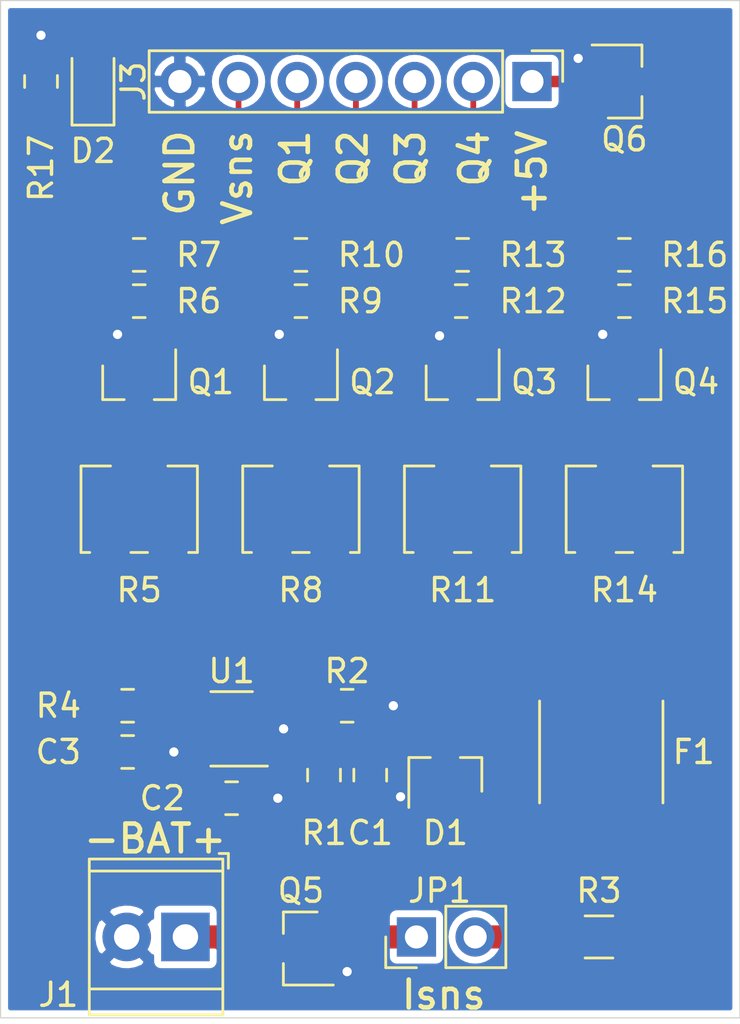
<source format=kicad_pcb>
(kicad_pcb (version 20171130) (host pcbnew 5.1.2)

  (general
    (thickness 1.6)
    (drawings 13)
    (tracks 140)
    (zones 0)
    (modules 33)
    (nets 25)
  )

  (page A4)
  (layers
    (0 F.Cu signal)
    (31 B.Cu signal)
    (32 B.Adhes user)
    (33 F.Adhes user)
    (34 B.Paste user)
    (35 F.Paste user)
    (36 B.SilkS user)
    (37 F.SilkS user)
    (38 B.Mask user)
    (39 F.Mask user)
    (40 Dwgs.User user)
    (41 Cmts.User user)
    (42 Eco1.User user)
    (43 Eco2.User user)
    (44 Edge.Cuts user)
    (45 Margin user)
    (46 B.CrtYd user)
    (47 F.CrtYd user)
    (48 B.Fab user hide)
    (49 F.Fab user hide)
  )

  (setup
    (last_trace_width 0.25)
    (user_trace_width 0.5)
    (user_trace_width 1)
    (trace_clearance 0.2)
    (zone_clearance 0.3)
    (zone_45_only no)
    (trace_min 0.2)
    (via_size 0.8)
    (via_drill 0.4)
    (via_min_size 0.4)
    (via_min_drill 0.3)
    (uvia_size 0.3)
    (uvia_drill 0.1)
    (uvias_allowed no)
    (uvia_min_size 0.2)
    (uvia_min_drill 0.1)
    (edge_width 0.05)
    (segment_width 0.2)
    (pcb_text_width 0.3)
    (pcb_text_size 1.5 1.5)
    (mod_edge_width 0.12)
    (mod_text_size 1 1)
    (mod_text_width 0.15)
    (pad_size 1.524 1.524)
    (pad_drill 0.762)
    (pad_to_mask_clearance 0.051)
    (solder_mask_min_width 0.15)
    (aux_axis_origin 0 0)
    (visible_elements 7FFFEFFF)
    (pcbplotparams
      (layerselection 0x010f0_ffffffff)
      (usegerberextensions false)
      (usegerberattributes false)
      (usegerberadvancedattributes false)
      (creategerberjobfile false)
      (excludeedgelayer true)
      (linewidth 0.100000)
      (plotframeref false)
      (viasonmask false)
      (mode 1)
      (useauxorigin false)
      (hpglpennumber 1)
      (hpglpenspeed 20)
      (hpglpendiameter 15.000000)
      (psnegative false)
      (psa4output false)
      (plotreference true)
      (plotvalue true)
      (plotinvisibletext false)
      (padsonsilk false)
      (subtractmaskfromsilk false)
      (outputformat 1)
      (mirror false)
      (drillshape 0)
      (scaleselection 1)
      (outputdirectory "Gerber"))
  )

  (net 0 "")
  (net 1 GND)
  (net 2 "Net-(C1-Pad1)")
  (net 3 +5V)
  (net 4 "Net-(C3-Pad1)")
  (net 5 "Net-(D2-Pad2)")
  (net 6 "Net-(F1-Pad2)")
  (net 7 "Net-(F1-Pad1)")
  (net 8 "Net-(J1-Pad1)")
  (net 9 "Net-(J3-Pad5)")
  (net 10 "Net-(J3-Pad4)")
  (net 11 "Net-(J3-Pad3)")
  (net 12 "Net-(J3-Pad2)")
  (net 13 "Net-(JP1-Pad2)")
  (net 14 "Net-(Q1-Pad3)")
  (net 15 "Net-(Q1-Pad1)")
  (net 16 "Net-(Q2-Pad3)")
  (net 17 "Net-(Q2-Pad1)")
  (net 18 "Net-(Q3-Pad3)")
  (net 19 "Net-(Q3-Pad1)")
  (net 20 "Net-(Q4-Pad3)")
  (net 21 "Net-(Q4-Pad1)")
  (net 22 "Net-(R4-Pad1)")
  (net 23 "Net-(J3-Pad1)")
  (net 24 "Net-(JP1-Pad1)")

  (net_class Default "Dies ist die voreingestellte Netzklasse."
    (clearance 0.2)
    (trace_width 0.25)
    (via_dia 0.8)
    (via_drill 0.4)
    (uvia_dia 0.3)
    (uvia_drill 0.1)
    (add_net +5V)
    (add_net GND)
    (add_net "Net-(C1-Pad1)")
    (add_net "Net-(C3-Pad1)")
    (add_net "Net-(D2-Pad2)")
    (add_net "Net-(F1-Pad1)")
    (add_net "Net-(F1-Pad2)")
    (add_net "Net-(J1-Pad1)")
    (add_net "Net-(J3-Pad1)")
    (add_net "Net-(J3-Pad2)")
    (add_net "Net-(J3-Pad3)")
    (add_net "Net-(J3-Pad4)")
    (add_net "Net-(J3-Pad5)")
    (add_net "Net-(JP1-Pad1)")
    (add_net "Net-(JP1-Pad2)")
    (add_net "Net-(Q1-Pad1)")
    (add_net "Net-(Q1-Pad3)")
    (add_net "Net-(Q2-Pad1)")
    (add_net "Net-(Q2-Pad3)")
    (add_net "Net-(Q3-Pad1)")
    (add_net "Net-(Q3-Pad3)")
    (add_net "Net-(Q4-Pad1)")
    (add_net "Net-(Q4-Pad3)")
    (add_net "Net-(R4-Pad1)")
  )

  (module Package_TO_SOT_SMD:SOT-23 (layer F.Cu) (tedit 5A02FF57) (tstamp 5D597394)
    (at 110 89.5)
    (descr "SOT-23, Standard")
    (tags SOT-23)
    (path /5D6163BD)
    (attr smd)
    (fp_text reference Q6 (at 0 2.5) (layer F.SilkS)
      (effects (font (size 1 1) (thickness 0.15)))
    )
    (fp_text value Si2347DS (at 0 2.5) (layer F.Fab)
      (effects (font (size 1 1) (thickness 0.15)))
    )
    (fp_line (start 0.76 1.58) (end -0.7 1.58) (layer F.SilkS) (width 0.12))
    (fp_line (start 0.76 -1.58) (end -1.4 -1.58) (layer F.SilkS) (width 0.12))
    (fp_line (start -1.7 1.75) (end -1.7 -1.75) (layer F.CrtYd) (width 0.05))
    (fp_line (start 1.7 1.75) (end -1.7 1.75) (layer F.CrtYd) (width 0.05))
    (fp_line (start 1.7 -1.75) (end 1.7 1.75) (layer F.CrtYd) (width 0.05))
    (fp_line (start -1.7 -1.75) (end 1.7 -1.75) (layer F.CrtYd) (width 0.05))
    (fp_line (start 0.76 -1.58) (end 0.76 -0.65) (layer F.SilkS) (width 0.12))
    (fp_line (start 0.76 1.58) (end 0.76 0.65) (layer F.SilkS) (width 0.12))
    (fp_line (start -0.7 1.52) (end 0.7 1.52) (layer F.Fab) (width 0.1))
    (fp_line (start 0.7 -1.52) (end 0.7 1.52) (layer F.Fab) (width 0.1))
    (fp_line (start -0.7 -0.95) (end -0.15 -1.52) (layer F.Fab) (width 0.1))
    (fp_line (start -0.15 -1.52) (end 0.7 -1.52) (layer F.Fab) (width 0.1))
    (fp_line (start -0.7 -0.95) (end -0.7 1.5) (layer F.Fab) (width 0.1))
    (fp_text user %R (at 0 0 90) (layer F.Fab)
      (effects (font (size 0.5 0.5) (thickness 0.075)))
    )
    (pad 3 smd rect (at 1 0) (size 0.9 0.8) (layers F.Cu F.Paste F.Mask)
      (net 3 +5V))
    (pad 2 smd rect (at -1 0.95) (size 0.9 0.8) (layers F.Cu F.Paste F.Mask)
      (net 23 "Net-(J3-Pad1)"))
    (pad 1 smd rect (at -1 -0.95) (size 0.9 0.8) (layers F.Cu F.Paste F.Mask)
      (net 1 GND))
    (model ${KISYS3DMOD}/Package_TO_SOT_SMD.3dshapes/SOT-23.wrl
      (at (xyz 0 0 0))
      (scale (xyz 1 1 1))
      (rotate (xyz 0 0 0))
    )
  )

  (module Package_TO_SOT_SMD:SOT-23 (layer F.Cu) (tedit 5A02FF57) (tstamp 5D596A87)
    (at 96 127 180)
    (descr "SOT-23, Standard")
    (tags SOT-23)
    (path /5D617FE9)
    (attr smd)
    (fp_text reference Q5 (at 0 2.5) (layer F.SilkS)
      (effects (font (size 1 1) (thickness 0.15)))
    )
    (fp_text value Si2347DS (at 0 2.5) (layer F.Fab)
      (effects (font (size 1 1) (thickness 0.15)))
    )
    (fp_line (start 0.76 1.58) (end -0.7 1.58) (layer F.SilkS) (width 0.12))
    (fp_line (start 0.76 -1.58) (end -1.4 -1.58) (layer F.SilkS) (width 0.12))
    (fp_line (start -1.7 1.75) (end -1.7 -1.75) (layer F.CrtYd) (width 0.05))
    (fp_line (start 1.7 1.75) (end -1.7 1.75) (layer F.CrtYd) (width 0.05))
    (fp_line (start 1.7 -1.75) (end 1.7 1.75) (layer F.CrtYd) (width 0.05))
    (fp_line (start -1.7 -1.75) (end 1.7 -1.75) (layer F.CrtYd) (width 0.05))
    (fp_line (start 0.76 -1.58) (end 0.76 -0.65) (layer F.SilkS) (width 0.12))
    (fp_line (start 0.76 1.58) (end 0.76 0.65) (layer F.SilkS) (width 0.12))
    (fp_line (start -0.7 1.52) (end 0.7 1.52) (layer F.Fab) (width 0.1))
    (fp_line (start 0.7 -1.52) (end 0.7 1.52) (layer F.Fab) (width 0.1))
    (fp_line (start -0.7 -0.95) (end -0.15 -1.52) (layer F.Fab) (width 0.1))
    (fp_line (start -0.15 -1.52) (end 0.7 -1.52) (layer F.Fab) (width 0.1))
    (fp_line (start -0.7 -0.95) (end -0.7 1.5) (layer F.Fab) (width 0.1))
    (fp_text user %R (at 0 0 90) (layer F.Fab)
      (effects (font (size 0.5 0.5) (thickness 0.075)))
    )
    (pad 3 smd rect (at 1 0 180) (size 0.9 0.8) (layers F.Cu F.Paste F.Mask)
      (net 8 "Net-(J1-Pad1)"))
    (pad 2 smd rect (at -1 0.95 180) (size 0.9 0.8) (layers F.Cu F.Paste F.Mask)
      (net 24 "Net-(JP1-Pad1)"))
    (pad 1 smd rect (at -1 -0.95 180) (size 0.9 0.8) (layers F.Cu F.Paste F.Mask)
      (net 1 GND))
    (model ${KISYS3DMOD}/Package_TO_SOT_SMD.3dshapes/SOT-23.wrl
      (at (xyz 0 0 0))
      (scale (xyz 1 1 1))
      (rotate (xyz 0 0 0))
    )
  )

  (module Resistor_SMD:R_1206_3216Metric (layer F.Cu) (tedit 5B301BBD) (tstamp 5D596E38)
    (at 108.9 126.5)
    (descr "Resistor SMD 1206 (3216 Metric), square (rectangular) end terminal, IPC_7351 nominal, (Body size source: http://www.tortai-tech.com/upload/download/2011102023233369053.pdf), generated with kicad-footprint-generator")
    (tags resistor)
    (path /5D63B9F1)
    (attr smd)
    (fp_text reference R3 (at 0 -2) (layer F.SilkS)
      (effects (font (size 1 1) (thickness 0.15)))
    )
    (fp_text value 10 (at 0 1.82) (layer F.Fab)
      (effects (font (size 1 1) (thickness 0.15)))
    )
    (fp_text user %R (at 0 0) (layer F.Fab)
      (effects (font (size 0.8 0.8) (thickness 0.12)))
    )
    (fp_line (start 2.28 1.12) (end -2.28 1.12) (layer F.CrtYd) (width 0.05))
    (fp_line (start 2.28 -1.12) (end 2.28 1.12) (layer F.CrtYd) (width 0.05))
    (fp_line (start -2.28 -1.12) (end 2.28 -1.12) (layer F.CrtYd) (width 0.05))
    (fp_line (start -2.28 1.12) (end -2.28 -1.12) (layer F.CrtYd) (width 0.05))
    (fp_line (start -0.602064 0.91) (end 0.602064 0.91) (layer F.SilkS) (width 0.12))
    (fp_line (start -0.602064 -0.91) (end 0.602064 -0.91) (layer F.SilkS) (width 0.12))
    (fp_line (start 1.6 0.8) (end -1.6 0.8) (layer F.Fab) (width 0.1))
    (fp_line (start 1.6 -0.8) (end 1.6 0.8) (layer F.Fab) (width 0.1))
    (fp_line (start -1.6 -0.8) (end 1.6 -0.8) (layer F.Fab) (width 0.1))
    (fp_line (start -1.6 0.8) (end -1.6 -0.8) (layer F.Fab) (width 0.1))
    (pad 2 smd roundrect (at 1.4 0) (size 1.25 1.75) (layers F.Cu F.Paste F.Mask) (roundrect_rratio 0.2)
      (net 7 "Net-(F1-Pad1)"))
    (pad 1 smd roundrect (at -1.4 0) (size 1.25 1.75) (layers F.Cu F.Paste F.Mask) (roundrect_rratio 0.2)
      (net 13 "Net-(JP1-Pad2)"))
    (model ${KISYS3DMOD}/Resistor_SMD.3dshapes/R_1206_3216Metric.wrl
      (at (xyz 0 0 0))
      (scale (xyz 1 1 1))
      (rotate (xyz 0 0 0))
    )
  )

  (module Package_TO_SOT_SMD:SOT-23-5 (layer F.Cu) (tedit 5A02FF57) (tstamp 5D59038F)
    (at 93 117.5 180)
    (descr "5-pin SOT23 package")
    (tags SOT-23-5)
    (path /5D6555FB)
    (attr smd)
    (fp_text reference U1 (at 0 2.5) (layer F.SilkS)
      (effects (font (size 1 1) (thickness 0.15)))
    )
    (fp_text value MCP6001-OT (at 0 2.9) (layer F.Fab)
      (effects (font (size 1 1) (thickness 0.15)))
    )
    (fp_line (start 0.9 -1.55) (end 0.9 1.55) (layer F.Fab) (width 0.1))
    (fp_line (start 0.9 1.55) (end -0.9 1.55) (layer F.Fab) (width 0.1))
    (fp_line (start -0.9 -0.9) (end -0.9 1.55) (layer F.Fab) (width 0.1))
    (fp_line (start 0.9 -1.55) (end -0.25 -1.55) (layer F.Fab) (width 0.1))
    (fp_line (start -0.9 -0.9) (end -0.25 -1.55) (layer F.Fab) (width 0.1))
    (fp_line (start -1.9 1.8) (end -1.9 -1.8) (layer F.CrtYd) (width 0.05))
    (fp_line (start 1.9 1.8) (end -1.9 1.8) (layer F.CrtYd) (width 0.05))
    (fp_line (start 1.9 -1.8) (end 1.9 1.8) (layer F.CrtYd) (width 0.05))
    (fp_line (start -1.9 -1.8) (end 1.9 -1.8) (layer F.CrtYd) (width 0.05))
    (fp_line (start 0.9 -1.61) (end -1.55 -1.61) (layer F.SilkS) (width 0.12))
    (fp_line (start -0.9 1.61) (end 0.9 1.61) (layer F.SilkS) (width 0.12))
    (fp_text user %R (at 0 0 90) (layer F.Fab)
      (effects (font (size 0.5 0.5) (thickness 0.075)))
    )
    (pad 5 smd rect (at 1.1 -0.95 180) (size 1.06 0.65) (layers F.Cu F.Paste F.Mask)
      (net 3 +5V))
    (pad 4 smd rect (at 1.1 0.95 180) (size 1.06 0.65) (layers F.Cu F.Paste F.Mask)
      (net 22 "Net-(R4-Pad1)"))
    (pad 3 smd rect (at -1.1 0.95 180) (size 1.06 0.65) (layers F.Cu F.Paste F.Mask)
      (net 2 "Net-(C1-Pad1)"))
    (pad 2 smd rect (at -1.1 0 180) (size 1.06 0.65) (layers F.Cu F.Paste F.Mask)
      (net 1 GND))
    (pad 1 smd rect (at -1.1 -0.95 180) (size 1.06 0.65) (layers F.Cu F.Paste F.Mask)
      (net 22 "Net-(R4-Pad1)"))
    (model ${KISYS3DMOD}/Package_TO_SOT_SMD.3dshapes/SOT-23-5.wrl
      (at (xyz 0 0 0))
      (scale (xyz 1 1 1))
      (rotate (xyz 0 0 0))
    )
  )

  (module Resistor_SMD:R_0805_2012Metric (layer F.Cu) (tedit 5B36C52B) (tstamp 5D59799D)
    (at 84.75 89.5 90)
    (descr "Resistor SMD 0805 (2012 Metric), square (rectangular) end terminal, IPC_7351 nominal, (Body size source: https://docs.google.com/spreadsheets/d/1BsfQQcO9C6DZCsRaXUlFlo91Tg2WpOkGARC1WS5S8t0/edit?usp=sharing), generated with kicad-footprint-generator")
    (tags resistor)
    (path /5D7A4A01)
    (attr smd)
    (fp_text reference R17 (at -3.75 0 90) (layer F.SilkS)
      (effects (font (size 1 1) (thickness 0.15)))
    )
    (fp_text value 220 (at 0 1.65 90) (layer F.Fab)
      (effects (font (size 1 1) (thickness 0.15)))
    )
    (fp_text user %R (at 0 0 90) (layer F.Fab)
      (effects (font (size 0.5 0.5) (thickness 0.08)))
    )
    (fp_line (start 1.68 0.95) (end -1.68 0.95) (layer F.CrtYd) (width 0.05))
    (fp_line (start 1.68 -0.95) (end 1.68 0.95) (layer F.CrtYd) (width 0.05))
    (fp_line (start -1.68 -0.95) (end 1.68 -0.95) (layer F.CrtYd) (width 0.05))
    (fp_line (start -1.68 0.95) (end -1.68 -0.95) (layer F.CrtYd) (width 0.05))
    (fp_line (start -0.258578 0.71) (end 0.258578 0.71) (layer F.SilkS) (width 0.12))
    (fp_line (start -0.258578 -0.71) (end 0.258578 -0.71) (layer F.SilkS) (width 0.12))
    (fp_line (start 1 0.6) (end -1 0.6) (layer F.Fab) (width 0.1))
    (fp_line (start 1 -0.6) (end 1 0.6) (layer F.Fab) (width 0.1))
    (fp_line (start -1 -0.6) (end 1 -0.6) (layer F.Fab) (width 0.1))
    (fp_line (start -1 0.6) (end -1 -0.6) (layer F.Fab) (width 0.1))
    (pad 2 smd roundrect (at 0.9375 0 90) (size 0.975 1.4) (layers F.Cu F.Paste F.Mask) (roundrect_rratio 0.25)
      (net 1 GND))
    (pad 1 smd roundrect (at -0.9375 0 90) (size 0.975 1.4) (layers F.Cu F.Paste F.Mask) (roundrect_rratio 0.25)
      (net 5 "Net-(D2-Pad2)"))
    (model ${KISYS3DMOD}/Resistor_SMD.3dshapes/R_0805_2012Metric.wrl
      (at (xyz 0 0 0))
      (scale (xyz 1 1 1))
      (rotate (xyz 0 0 0))
    )
  )

  (module Resistor_SMD:R_0805_2012Metric (layer F.Cu) (tedit 5B36C52B) (tstamp 5D590502)
    (at 110 97 180)
    (descr "Resistor SMD 0805 (2012 Metric), square (rectangular) end terminal, IPC_7351 nominal, (Body size source: https://docs.google.com/spreadsheets/d/1BsfQQcO9C6DZCsRaXUlFlo91Tg2WpOkGARC1WS5S8t0/edit?usp=sharing), generated with kicad-footprint-generator")
    (tags resistor)
    (path /5D794AC7)
    (attr smd)
    (fp_text reference R16 (at -1.492 0) (layer F.SilkS)
      (effects (font (size 1 1) (thickness 0.15)) (justify left))
    )
    (fp_text value 100 (at 0 1.65) (layer F.Fab)
      (effects (font (size 1 1) (thickness 0.15)))
    )
    (fp_text user %R (at 0 0) (layer F.Fab)
      (effects (font (size 0.5 0.5) (thickness 0.08)))
    )
    (fp_line (start 1.68 0.95) (end -1.68 0.95) (layer F.CrtYd) (width 0.05))
    (fp_line (start 1.68 -0.95) (end 1.68 0.95) (layer F.CrtYd) (width 0.05))
    (fp_line (start -1.68 -0.95) (end 1.68 -0.95) (layer F.CrtYd) (width 0.05))
    (fp_line (start -1.68 0.95) (end -1.68 -0.95) (layer F.CrtYd) (width 0.05))
    (fp_line (start -0.258578 0.71) (end 0.258578 0.71) (layer F.SilkS) (width 0.12))
    (fp_line (start -0.258578 -0.71) (end 0.258578 -0.71) (layer F.SilkS) (width 0.12))
    (fp_line (start 1 0.6) (end -1 0.6) (layer F.Fab) (width 0.1))
    (fp_line (start 1 -0.6) (end 1 0.6) (layer F.Fab) (width 0.1))
    (fp_line (start -1 -0.6) (end 1 -0.6) (layer F.Fab) (width 0.1))
    (fp_line (start -1 0.6) (end -1 -0.6) (layer F.Fab) (width 0.1))
    (pad 2 smd roundrect (at 0.9375 0 180) (size 0.975 1.4) (layers F.Cu F.Paste F.Mask) (roundrect_rratio 0.25)
      (net 12 "Net-(J3-Pad2)"))
    (pad 1 smd roundrect (at -0.9375 0 180) (size 0.975 1.4) (layers F.Cu F.Paste F.Mask) (roundrect_rratio 0.25)
      (net 21 "Net-(Q4-Pad1)"))
    (model ${KISYS3DMOD}/Resistor_SMD.3dshapes/R_0805_2012Metric.wrl
      (at (xyz 0 0 0))
      (scale (xyz 1 1 1))
      (rotate (xyz 0 0 0))
    )
  )

  (module Resistor_SMD:R_0805_2012Metric (layer F.Cu) (tedit 5B36C52B) (tstamp 5D590427)
    (at 110 99 180)
    (descr "Resistor SMD 0805 (2012 Metric), square (rectangular) end terminal, IPC_7351 nominal, (Body size source: https://docs.google.com/spreadsheets/d/1BsfQQcO9C6DZCsRaXUlFlo91Tg2WpOkGARC1WS5S8t0/edit?usp=sharing), generated with kicad-footprint-generator")
    (tags resistor)
    (path /5D794ADB)
    (attr smd)
    (fp_text reference R15 (at -1.492 0) (layer F.SilkS)
      (effects (font (size 1 1) (thickness 0.15)) (justify left))
    )
    (fp_text value 100k (at 0 1.65) (layer F.Fab)
      (effects (font (size 1 1) (thickness 0.15)))
    )
    (fp_text user %R (at 0 0) (layer F.Fab)
      (effects (font (size 0.5 0.5) (thickness 0.08)))
    )
    (fp_line (start 1.68 0.95) (end -1.68 0.95) (layer F.CrtYd) (width 0.05))
    (fp_line (start 1.68 -0.95) (end 1.68 0.95) (layer F.CrtYd) (width 0.05))
    (fp_line (start -1.68 -0.95) (end 1.68 -0.95) (layer F.CrtYd) (width 0.05))
    (fp_line (start -1.68 0.95) (end -1.68 -0.95) (layer F.CrtYd) (width 0.05))
    (fp_line (start -0.258578 0.71) (end 0.258578 0.71) (layer F.SilkS) (width 0.12))
    (fp_line (start -0.258578 -0.71) (end 0.258578 -0.71) (layer F.SilkS) (width 0.12))
    (fp_line (start 1 0.6) (end -1 0.6) (layer F.Fab) (width 0.1))
    (fp_line (start 1 -0.6) (end 1 0.6) (layer F.Fab) (width 0.1))
    (fp_line (start -1 -0.6) (end 1 -0.6) (layer F.Fab) (width 0.1))
    (fp_line (start -1 0.6) (end -1 -0.6) (layer F.Fab) (width 0.1))
    (pad 2 smd roundrect (at 0.9375 0 180) (size 0.975 1.4) (layers F.Cu F.Paste F.Mask) (roundrect_rratio 0.25)
      (net 1 GND))
    (pad 1 smd roundrect (at -0.9375 0 180) (size 0.975 1.4) (layers F.Cu F.Paste F.Mask) (roundrect_rratio 0.25)
      (net 21 "Net-(Q4-Pad1)"))
    (model ${KISYS3DMOD}/Resistor_SMD.3dshapes/R_0805_2012Metric.wrl
      (at (xyz 0 0 0))
      (scale (xyz 1 1 1))
      (rotate (xyz 0 0 0))
    )
  )

  (module Potentiometer_SMD:Potentiometer_Bourns_3224W_Vertical (layer F.Cu) (tedit 5A3D7171) (tstamp 5D59053B)
    (at 110 108 180)
    (descr "Potentiometer, vertical, Bourns 3224W, https://www.bourns.com/docs/Product-Datasheets/3224.pdf")
    (tags "Potentiometer vertical Bourns 3224W")
    (path /5D6AB584)
    (attr smd)
    (fp_text reference R14 (at 0 -3.5) (layer F.SilkS)
      (effects (font (size 1 1) (thickness 0.15)))
    )
    (fp_text value 3224W-1-205G (at 0 3.5) (layer F.Fab)
      (effects (font (size 1 1) (thickness 0.15)))
    )
    (fp_text user %R (at 0.6 0) (layer F.Fab)
      (effects (font (size 0.6 0.6) (thickness 0.15)))
    )
    (fp_line (start 2.65 -2.5) (end -2.65 -2.5) (layer F.CrtYd) (width 0.05))
    (fp_line (start 2.65 2.5) (end 2.65 -2.5) (layer F.CrtYd) (width 0.05))
    (fp_line (start -2.65 2.5) (end 2.65 2.5) (layer F.CrtYd) (width 0.05))
    (fp_line (start -2.65 -2.5) (end -2.65 2.5) (layer F.CrtYd) (width 0.05))
    (fp_line (start 2.52 -1.87) (end 2.52 1.87) (layer F.SilkS) (width 0.12))
    (fp_line (start -2.52 -1.87) (end -2.52 1.87) (layer F.SilkS) (width 0.12))
    (fp_line (start 1.24 1.87) (end 2.52 1.87) (layer F.SilkS) (width 0.12))
    (fp_line (start -2.52 1.87) (end -1.24 1.87) (layer F.SilkS) (width 0.12))
    (fp_line (start -0.36 -1.87) (end 0.36 -1.87) (layer F.SilkS) (width 0.12))
    (fp_line (start -2.52 -1.87) (end -2.14 -1.87) (layer F.SilkS) (width 0.12))
    (fp_line (start 2.14 -1.87) (end 2.52 -1.87) (layer F.SilkS) (width 0.12))
    (fp_line (start -1.2 1.393) (end -1.199 -0.092) (layer F.Fab) (width 0.1))
    (fp_line (start -1.2 1.393) (end -1.199 -0.092) (layer F.Fab) (width 0.1))
    (fp_line (start 2.4 -1.75) (end -2.4 -1.75) (layer F.Fab) (width 0.1))
    (fp_line (start 2.4 1.75) (end 2.4 -1.75) (layer F.Fab) (width 0.1))
    (fp_line (start -2.4 1.75) (end 2.4 1.75) (layer F.Fab) (width 0.1))
    (fp_line (start -2.4 -1.75) (end -2.4 1.75) (layer F.Fab) (width 0.1))
    (fp_circle (center -1.2 0.65) (end -0.45 0.65) (layer F.Fab) (width 0.1))
    (pad 3 smd rect (at -1.25 -1.45 180) (size 1.3 1.6) (layers F.Cu F.Paste F.Mask))
    (pad 2 smd rect (at 0 1.45 180) (size 2 1.6) (layers F.Cu F.Paste F.Mask)
      (net 20 "Net-(Q4-Pad3)"))
    (pad 1 smd rect (at 1.25 -1.45 180) (size 1.3 1.6) (layers F.Cu F.Paste F.Mask)
      (net 6 "Net-(F1-Pad2)"))
    (model ${KISYS3DMOD}/Potentiometer_SMD.3dshapes/Potentiometer_Bourns_3224W_Vertical.wrl
      (at (xyz 0 0 0))
      (scale (xyz 1 1 1))
      (rotate (xyz 0 0 0))
    )
  )

  (module Resistor_SMD:R_0805_2012Metric (layer F.Cu) (tedit 5B36C52B) (tstamp 5D5903C7)
    (at 103 97 180)
    (descr "Resistor SMD 0805 (2012 Metric), square (rectangular) end terminal, IPC_7351 nominal, (Body size source: https://docs.google.com/spreadsheets/d/1BsfQQcO9C6DZCsRaXUlFlo91Tg2WpOkGARC1WS5S8t0/edit?usp=sharing), generated with kicad-footprint-generator")
    (tags resistor)
    (path /5D791152)
    (attr smd)
    (fp_text reference R13 (at -1.5 0) (layer F.SilkS)
      (effects (font (size 1 1) (thickness 0.15)) (justify left))
    )
    (fp_text value 100 (at 0 1.65) (layer F.Fab)
      (effects (font (size 1 1) (thickness 0.15)))
    )
    (fp_text user %R (at 0 0) (layer F.Fab)
      (effects (font (size 0.5 0.5) (thickness 0.08)))
    )
    (fp_line (start 1.68 0.95) (end -1.68 0.95) (layer F.CrtYd) (width 0.05))
    (fp_line (start 1.68 -0.95) (end 1.68 0.95) (layer F.CrtYd) (width 0.05))
    (fp_line (start -1.68 -0.95) (end 1.68 -0.95) (layer F.CrtYd) (width 0.05))
    (fp_line (start -1.68 0.95) (end -1.68 -0.95) (layer F.CrtYd) (width 0.05))
    (fp_line (start -0.258578 0.71) (end 0.258578 0.71) (layer F.SilkS) (width 0.12))
    (fp_line (start -0.258578 -0.71) (end 0.258578 -0.71) (layer F.SilkS) (width 0.12))
    (fp_line (start 1 0.6) (end -1 0.6) (layer F.Fab) (width 0.1))
    (fp_line (start 1 -0.6) (end 1 0.6) (layer F.Fab) (width 0.1))
    (fp_line (start -1 -0.6) (end 1 -0.6) (layer F.Fab) (width 0.1))
    (fp_line (start -1 0.6) (end -1 -0.6) (layer F.Fab) (width 0.1))
    (pad 2 smd roundrect (at 0.9375 0 180) (size 0.975 1.4) (layers F.Cu F.Paste F.Mask) (roundrect_rratio 0.25)
      (net 11 "Net-(J3-Pad3)"))
    (pad 1 smd roundrect (at -0.9375 0 180) (size 0.975 1.4) (layers F.Cu F.Paste F.Mask) (roundrect_rratio 0.25)
      (net 19 "Net-(Q3-Pad1)"))
    (model ${KISYS3DMOD}/Resistor_SMD.3dshapes/R_0805_2012Metric.wrl
      (at (xyz 0 0 0))
      (scale (xyz 1 1 1))
      (rotate (xyz 0 0 0))
    )
  )

  (module Resistor_SMD:R_0805_2012Metric (layer F.Cu) (tedit 5B36C52B) (tstamp 5D5904A2)
    (at 102.9375 99 180)
    (descr "Resistor SMD 0805 (2012 Metric), square (rectangular) end terminal, IPC_7351 nominal, (Body size source: https://docs.google.com/spreadsheets/d/1BsfQQcO9C6DZCsRaXUlFlo91Tg2WpOkGARC1WS5S8t0/edit?usp=sharing), generated with kicad-footprint-generator")
    (tags resistor)
    (path /5D791166)
    (attr smd)
    (fp_text reference R12 (at -1.5625 0) (layer F.SilkS)
      (effects (font (size 1 1) (thickness 0.15)) (justify left))
    )
    (fp_text value 100k (at 0 1.65) (layer F.Fab)
      (effects (font (size 1 1) (thickness 0.15)))
    )
    (fp_text user %R (at 0 0) (layer F.Fab)
      (effects (font (size 0.5 0.5) (thickness 0.08)))
    )
    (fp_line (start 1.68 0.95) (end -1.68 0.95) (layer F.CrtYd) (width 0.05))
    (fp_line (start 1.68 -0.95) (end 1.68 0.95) (layer F.CrtYd) (width 0.05))
    (fp_line (start -1.68 -0.95) (end 1.68 -0.95) (layer F.CrtYd) (width 0.05))
    (fp_line (start -1.68 0.95) (end -1.68 -0.95) (layer F.CrtYd) (width 0.05))
    (fp_line (start -0.258578 0.71) (end 0.258578 0.71) (layer F.SilkS) (width 0.12))
    (fp_line (start -0.258578 -0.71) (end 0.258578 -0.71) (layer F.SilkS) (width 0.12))
    (fp_line (start 1 0.6) (end -1 0.6) (layer F.Fab) (width 0.1))
    (fp_line (start 1 -0.6) (end 1 0.6) (layer F.Fab) (width 0.1))
    (fp_line (start -1 -0.6) (end 1 -0.6) (layer F.Fab) (width 0.1))
    (fp_line (start -1 0.6) (end -1 -0.6) (layer F.Fab) (width 0.1))
    (pad 2 smd roundrect (at 0.9375 0 180) (size 0.975 1.4) (layers F.Cu F.Paste F.Mask) (roundrect_rratio 0.25)
      (net 1 GND))
    (pad 1 smd roundrect (at -0.9375 0 180) (size 0.975 1.4) (layers F.Cu F.Paste F.Mask) (roundrect_rratio 0.25)
      (net 19 "Net-(Q3-Pad1)"))
    (model ${KISYS3DMOD}/Resistor_SMD.3dshapes/R_0805_2012Metric.wrl
      (at (xyz 0 0 0))
      (scale (xyz 1 1 1))
      (rotate (xyz 0 0 0))
    )
  )

  (module Potentiometer_SMD:Potentiometer_Bourns_3224W_Vertical (layer F.Cu) (tedit 5A3D7171) (tstamp 5D590460)
    (at 103 108 180)
    (descr "Potentiometer, vertical, Bourns 3224W, https://www.bourns.com/docs/Product-Datasheets/3224.pdf")
    (tags "Potentiometer vertical Bourns 3224W")
    (path /5D6A6328)
    (attr smd)
    (fp_text reference R11 (at 0 -3.5) (layer F.SilkS)
      (effects (font (size 1 1) (thickness 0.15)))
    )
    (fp_text value RTRIM (at 0 3.5) (layer F.Fab)
      (effects (font (size 1 1) (thickness 0.15)))
    )
    (fp_text user %R (at 0.6 0) (layer F.Fab)
      (effects (font (size 0.6 0.6) (thickness 0.15)))
    )
    (fp_line (start 2.65 -2.5) (end -2.65 -2.5) (layer F.CrtYd) (width 0.05))
    (fp_line (start 2.65 2.5) (end 2.65 -2.5) (layer F.CrtYd) (width 0.05))
    (fp_line (start -2.65 2.5) (end 2.65 2.5) (layer F.CrtYd) (width 0.05))
    (fp_line (start -2.65 -2.5) (end -2.65 2.5) (layer F.CrtYd) (width 0.05))
    (fp_line (start 2.52 -1.87) (end 2.52 1.87) (layer F.SilkS) (width 0.12))
    (fp_line (start -2.52 -1.87) (end -2.52 1.87) (layer F.SilkS) (width 0.12))
    (fp_line (start 1.24 1.87) (end 2.52 1.87) (layer F.SilkS) (width 0.12))
    (fp_line (start -2.52 1.87) (end -1.24 1.87) (layer F.SilkS) (width 0.12))
    (fp_line (start -0.36 -1.87) (end 0.36 -1.87) (layer F.SilkS) (width 0.12))
    (fp_line (start -2.52 -1.87) (end -2.14 -1.87) (layer F.SilkS) (width 0.12))
    (fp_line (start 2.14 -1.87) (end 2.52 -1.87) (layer F.SilkS) (width 0.12))
    (fp_line (start -1.2 1.393) (end -1.199 -0.092) (layer F.Fab) (width 0.1))
    (fp_line (start -1.2 1.393) (end -1.199 -0.092) (layer F.Fab) (width 0.1))
    (fp_line (start 2.4 -1.75) (end -2.4 -1.75) (layer F.Fab) (width 0.1))
    (fp_line (start 2.4 1.75) (end 2.4 -1.75) (layer F.Fab) (width 0.1))
    (fp_line (start -2.4 1.75) (end 2.4 1.75) (layer F.Fab) (width 0.1))
    (fp_line (start -2.4 -1.75) (end -2.4 1.75) (layer F.Fab) (width 0.1))
    (fp_circle (center -1.2 0.65) (end -0.45 0.65) (layer F.Fab) (width 0.1))
    (pad 3 smd rect (at -1.25 -1.45 180) (size 1.3 1.6) (layers F.Cu F.Paste F.Mask))
    (pad 2 smd rect (at 0 1.45 180) (size 2 1.6) (layers F.Cu F.Paste F.Mask)
      (net 18 "Net-(Q3-Pad3)"))
    (pad 1 smd rect (at 1.25 -1.45 180) (size 1.3 1.6) (layers F.Cu F.Paste F.Mask)
      (net 6 "Net-(F1-Pad2)"))
    (model ${KISYS3DMOD}/Potentiometer_SMD.3dshapes/Potentiometer_Bourns_3224W_Vertical.wrl
      (at (xyz 0 0 0))
      (scale (xyz 1 1 1))
      (rotate (xyz 0 0 0))
    )
  )

  (module Resistor_SMD:R_0805_2012Metric (layer F.Cu) (tedit 5B36C52B) (tstamp 5D5904D2)
    (at 96 97 180)
    (descr "Resistor SMD 0805 (2012 Metric), square (rectangular) end terminal, IPC_7351 nominal, (Body size source: https://docs.google.com/spreadsheets/d/1BsfQQcO9C6DZCsRaXUlFlo91Tg2WpOkGARC1WS5S8t0/edit?usp=sharing), generated with kicad-footprint-generator")
    (tags resistor)
    (path /5D78D5DB)
    (attr smd)
    (fp_text reference R10 (at -1.5 0) (layer F.SilkS)
      (effects (font (size 1 1) (thickness 0.15)) (justify left))
    )
    (fp_text value 100 (at 0 1.65) (layer F.Fab)
      (effects (font (size 1 1) (thickness 0.15)))
    )
    (fp_text user %R (at 0 0) (layer F.Fab)
      (effects (font (size 0.5 0.5) (thickness 0.08)))
    )
    (fp_line (start 1.68 0.95) (end -1.68 0.95) (layer F.CrtYd) (width 0.05))
    (fp_line (start 1.68 -0.95) (end 1.68 0.95) (layer F.CrtYd) (width 0.05))
    (fp_line (start -1.68 -0.95) (end 1.68 -0.95) (layer F.CrtYd) (width 0.05))
    (fp_line (start -1.68 0.95) (end -1.68 -0.95) (layer F.CrtYd) (width 0.05))
    (fp_line (start -0.258578 0.71) (end 0.258578 0.71) (layer F.SilkS) (width 0.12))
    (fp_line (start -0.258578 -0.71) (end 0.258578 -0.71) (layer F.SilkS) (width 0.12))
    (fp_line (start 1 0.6) (end -1 0.6) (layer F.Fab) (width 0.1))
    (fp_line (start 1 -0.6) (end 1 0.6) (layer F.Fab) (width 0.1))
    (fp_line (start -1 -0.6) (end 1 -0.6) (layer F.Fab) (width 0.1))
    (fp_line (start -1 0.6) (end -1 -0.6) (layer F.Fab) (width 0.1))
    (pad 2 smd roundrect (at 0.9375 0 180) (size 0.975 1.4) (layers F.Cu F.Paste F.Mask) (roundrect_rratio 0.25)
      (net 10 "Net-(J3-Pad4)"))
    (pad 1 smd roundrect (at -0.9375 0 180) (size 0.975 1.4) (layers F.Cu F.Paste F.Mask) (roundrect_rratio 0.25)
      (net 17 "Net-(Q2-Pad1)"))
    (model ${KISYS3DMOD}/Resistor_SMD.3dshapes/R_0805_2012Metric.wrl
      (at (xyz 0 0 0))
      (scale (xyz 1 1 1))
      (rotate (xyz 0 0 0))
    )
  )

  (module Resistor_SMD:R_0805_2012Metric (layer F.Cu) (tedit 5B36C52B) (tstamp 5D5909E8)
    (at 96 99 180)
    (descr "Resistor SMD 0805 (2012 Metric), square (rectangular) end terminal, IPC_7351 nominal, (Body size source: https://docs.google.com/spreadsheets/d/1BsfQQcO9C6DZCsRaXUlFlo91Tg2WpOkGARC1WS5S8t0/edit?usp=sharing), generated with kicad-footprint-generator")
    (tags resistor)
    (path /5D78D5EF)
    (attr smd)
    (fp_text reference R9 (at -1.5 0) (layer F.SilkS)
      (effects (font (size 1 1) (thickness 0.15)) (justify left))
    )
    (fp_text value 100k (at 0 1.65) (layer F.Fab)
      (effects (font (size 1 1) (thickness 0.15)))
    )
    (fp_text user %R (at 0 0) (layer F.Fab)
      (effects (font (size 0.5 0.5) (thickness 0.08)))
    )
    (fp_line (start 1.68 0.95) (end -1.68 0.95) (layer F.CrtYd) (width 0.05))
    (fp_line (start 1.68 -0.95) (end 1.68 0.95) (layer F.CrtYd) (width 0.05))
    (fp_line (start -1.68 -0.95) (end 1.68 -0.95) (layer F.CrtYd) (width 0.05))
    (fp_line (start -1.68 0.95) (end -1.68 -0.95) (layer F.CrtYd) (width 0.05))
    (fp_line (start -0.258578 0.71) (end 0.258578 0.71) (layer F.SilkS) (width 0.12))
    (fp_line (start -0.258578 -0.71) (end 0.258578 -0.71) (layer F.SilkS) (width 0.12))
    (fp_line (start 1 0.6) (end -1 0.6) (layer F.Fab) (width 0.1))
    (fp_line (start 1 -0.6) (end 1 0.6) (layer F.Fab) (width 0.1))
    (fp_line (start -1 -0.6) (end 1 -0.6) (layer F.Fab) (width 0.1))
    (fp_line (start -1 0.6) (end -1 -0.6) (layer F.Fab) (width 0.1))
    (pad 2 smd roundrect (at 0.9375 0 180) (size 0.975 1.4) (layers F.Cu F.Paste F.Mask) (roundrect_rratio 0.25)
      (net 1 GND))
    (pad 1 smd roundrect (at -0.9375 0 180) (size 0.975 1.4) (layers F.Cu F.Paste F.Mask) (roundrect_rratio 0.25)
      (net 17 "Net-(Q2-Pad1)"))
    (model ${KISYS3DMOD}/Resistor_SMD.3dshapes/R_0805_2012Metric.wrl
      (at (xyz 0 0 0))
      (scale (xyz 1 1 1))
      (rotate (xyz 0 0 0))
    )
  )

  (module Potentiometer_SMD:Potentiometer_Bourns_3224W_Vertical (layer F.Cu) (tedit 5A3D7171) (tstamp 5D59065E)
    (at 96 108 180)
    (descr "Potentiometer, vertical, Bourns 3224W, https://www.bourns.com/docs/Product-Datasheets/3224.pdf")
    (tags "Potentiometer vertical Bourns 3224W")
    (path /5D6A40F7)
    (attr smd)
    (fp_text reference R8 (at 0 -3.5) (layer F.SilkS)
      (effects (font (size 1 1) (thickness 0.15)))
    )
    (fp_text value RTRIM (at 0 3.5) (layer F.Fab)
      (effects (font (size 1 1) (thickness 0.15)))
    )
    (fp_text user %R (at 0.6 0) (layer F.Fab)
      (effects (font (size 0.6 0.6) (thickness 0.15)))
    )
    (fp_line (start 2.65 -2.5) (end -2.65 -2.5) (layer F.CrtYd) (width 0.05))
    (fp_line (start 2.65 2.5) (end 2.65 -2.5) (layer F.CrtYd) (width 0.05))
    (fp_line (start -2.65 2.5) (end 2.65 2.5) (layer F.CrtYd) (width 0.05))
    (fp_line (start -2.65 -2.5) (end -2.65 2.5) (layer F.CrtYd) (width 0.05))
    (fp_line (start 2.52 -1.87) (end 2.52 1.87) (layer F.SilkS) (width 0.12))
    (fp_line (start -2.52 -1.87) (end -2.52 1.87) (layer F.SilkS) (width 0.12))
    (fp_line (start 1.24 1.87) (end 2.52 1.87) (layer F.SilkS) (width 0.12))
    (fp_line (start -2.52 1.87) (end -1.24 1.87) (layer F.SilkS) (width 0.12))
    (fp_line (start -0.36 -1.87) (end 0.36 -1.87) (layer F.SilkS) (width 0.12))
    (fp_line (start -2.52 -1.87) (end -2.14 -1.87) (layer F.SilkS) (width 0.12))
    (fp_line (start 2.14 -1.87) (end 2.52 -1.87) (layer F.SilkS) (width 0.12))
    (fp_line (start -1.2 1.393) (end -1.199 -0.092) (layer F.Fab) (width 0.1))
    (fp_line (start -1.2 1.393) (end -1.199 -0.092) (layer F.Fab) (width 0.1))
    (fp_line (start 2.4 -1.75) (end -2.4 -1.75) (layer F.Fab) (width 0.1))
    (fp_line (start 2.4 1.75) (end 2.4 -1.75) (layer F.Fab) (width 0.1))
    (fp_line (start -2.4 1.75) (end 2.4 1.75) (layer F.Fab) (width 0.1))
    (fp_line (start -2.4 -1.75) (end -2.4 1.75) (layer F.Fab) (width 0.1))
    (fp_circle (center -1.2 0.65) (end -0.45 0.65) (layer F.Fab) (width 0.1))
    (pad 3 smd rect (at -1.25 -1.45 180) (size 1.3 1.6) (layers F.Cu F.Paste F.Mask))
    (pad 2 smd rect (at 0 1.45 180) (size 2 1.6) (layers F.Cu F.Paste F.Mask)
      (net 16 "Net-(Q2-Pad3)"))
    (pad 1 smd rect (at 1.25 -1.45 180) (size 1.3 1.6) (layers F.Cu F.Paste F.Mask)
      (net 6 "Net-(F1-Pad2)"))
    (model ${KISYS3DMOD}/Potentiometer_SMD.3dshapes/Potentiometer_Bourns_3224W_Vertical.wrl
      (at (xyz 0 0 0))
      (scale (xyz 1 1 1))
      (rotate (xyz 0 0 0))
    )
  )

  (module Resistor_SMD:R_0805_2012Metric (layer F.Cu) (tedit 5B36C52B) (tstamp 5D5913F4)
    (at 89 97 180)
    (descr "Resistor SMD 0805 (2012 Metric), square (rectangular) end terminal, IPC_7351 nominal, (Body size source: https://docs.google.com/spreadsheets/d/1BsfQQcO9C6DZCsRaXUlFlo91Tg2WpOkGARC1WS5S8t0/edit?usp=sharing), generated with kicad-footprint-generator")
    (tags resistor)
    (path /5D63BEB4)
    (attr smd)
    (fp_text reference R7 (at -1.5 0) (layer F.SilkS)
      (effects (font (size 1 1) (thickness 0.15)) (justify left))
    )
    (fp_text value 100 (at 0 1.65) (layer F.Fab)
      (effects (font (size 1 1) (thickness 0.15)))
    )
    (fp_text user %R (at 0 0) (layer F.Fab)
      (effects (font (size 0.5 0.5) (thickness 0.08)))
    )
    (fp_line (start 1.68 0.95) (end -1.68 0.95) (layer F.CrtYd) (width 0.05))
    (fp_line (start 1.68 -0.95) (end 1.68 0.95) (layer F.CrtYd) (width 0.05))
    (fp_line (start -1.68 -0.95) (end 1.68 -0.95) (layer F.CrtYd) (width 0.05))
    (fp_line (start -1.68 0.95) (end -1.68 -0.95) (layer F.CrtYd) (width 0.05))
    (fp_line (start -0.258578 0.71) (end 0.258578 0.71) (layer F.SilkS) (width 0.12))
    (fp_line (start -0.258578 -0.71) (end 0.258578 -0.71) (layer F.SilkS) (width 0.12))
    (fp_line (start 1 0.6) (end -1 0.6) (layer F.Fab) (width 0.1))
    (fp_line (start 1 -0.6) (end 1 0.6) (layer F.Fab) (width 0.1))
    (fp_line (start -1 -0.6) (end 1 -0.6) (layer F.Fab) (width 0.1))
    (fp_line (start -1 0.6) (end -1 -0.6) (layer F.Fab) (width 0.1))
    (pad 2 smd roundrect (at 0.9375 0 180) (size 0.975 1.4) (layers F.Cu F.Paste F.Mask) (roundrect_rratio 0.25)
      (net 9 "Net-(J3-Pad5)"))
    (pad 1 smd roundrect (at -0.9375 0 180) (size 0.975 1.4) (layers F.Cu F.Paste F.Mask) (roundrect_rratio 0.25)
      (net 15 "Net-(Q1-Pad1)"))
    (model ${KISYS3DMOD}/Resistor_SMD.3dshapes/R_0805_2012Metric.wrl
      (at (xyz 0 0 0))
      (scale (xyz 1 1 1))
      (rotate (xyz 0 0 0))
    )
  )

  (module Resistor_SMD:R_0805_2012Metric (layer F.Cu) (tedit 5B36C52B) (tstamp 5D590832)
    (at 89 99 180)
    (descr "Resistor SMD 0805 (2012 Metric), square (rectangular) end terminal, IPC_7351 nominal, (Body size source: https://docs.google.com/spreadsheets/d/1BsfQQcO9C6DZCsRaXUlFlo91Tg2WpOkGARC1WS5S8t0/edit?usp=sharing), generated with kicad-footprint-generator")
    (tags resistor)
    (path /5D765B87)
    (attr smd)
    (fp_text reference R6 (at -1.5 0) (layer F.SilkS)
      (effects (font (size 1 1) (thickness 0.15)) (justify left))
    )
    (fp_text value 100k (at 0 1.65) (layer F.Fab)
      (effects (font (size 1 1) (thickness 0.15)))
    )
    (fp_text user %R (at 0 0) (layer F.Fab)
      (effects (font (size 0.5 0.5) (thickness 0.08)))
    )
    (fp_line (start 1.68 0.95) (end -1.68 0.95) (layer F.CrtYd) (width 0.05))
    (fp_line (start 1.68 -0.95) (end 1.68 0.95) (layer F.CrtYd) (width 0.05))
    (fp_line (start -1.68 -0.95) (end 1.68 -0.95) (layer F.CrtYd) (width 0.05))
    (fp_line (start -1.68 0.95) (end -1.68 -0.95) (layer F.CrtYd) (width 0.05))
    (fp_line (start -0.258578 0.71) (end 0.258578 0.71) (layer F.SilkS) (width 0.12))
    (fp_line (start -0.258578 -0.71) (end 0.258578 -0.71) (layer F.SilkS) (width 0.12))
    (fp_line (start 1 0.6) (end -1 0.6) (layer F.Fab) (width 0.1))
    (fp_line (start 1 -0.6) (end 1 0.6) (layer F.Fab) (width 0.1))
    (fp_line (start -1 -0.6) (end 1 -0.6) (layer F.Fab) (width 0.1))
    (fp_line (start -1 0.6) (end -1 -0.6) (layer F.Fab) (width 0.1))
    (pad 2 smd roundrect (at 0.9375 0 180) (size 0.975 1.4) (layers F.Cu F.Paste F.Mask) (roundrect_rratio 0.25)
      (net 1 GND))
    (pad 1 smd roundrect (at -0.9375 0 180) (size 0.975 1.4) (layers F.Cu F.Paste F.Mask) (roundrect_rratio 0.25)
      (net 15 "Net-(Q1-Pad1)"))
    (model ${KISYS3DMOD}/Resistor_SMD.3dshapes/R_0805_2012Metric.wrl
      (at (xyz 0 0 0))
      (scale (xyz 1 1 1))
      (rotate (xyz 0 0 0))
    )
  )

  (module Potentiometer_SMD:Potentiometer_Bourns_3224W_Vertical (layer F.Cu) (tedit 5A3D7171) (tstamp 5D591CC6)
    (at 89 108 180)
    (descr "Potentiometer, vertical, Bourns 3224W, https://www.bourns.com/docs/Product-Datasheets/3224.pdf")
    (tags "Potentiometer vertical Bourns 3224W")
    (path /5D637C95)
    (attr smd)
    (fp_text reference R5 (at 0 -3.5) (layer F.SilkS)
      (effects (font (size 1 1) (thickness 0.15)))
    )
    (fp_text value RTRIM (at 0 3.5) (layer F.Fab)
      (effects (font (size 1 1) (thickness 0.15)))
    )
    (fp_text user %R (at 0.6 0) (layer F.Fab)
      (effects (font (size 0.6 0.6) (thickness 0.15)))
    )
    (fp_line (start 2.65 -2.5) (end -2.65 -2.5) (layer F.CrtYd) (width 0.05))
    (fp_line (start 2.65 2.5) (end 2.65 -2.5) (layer F.CrtYd) (width 0.05))
    (fp_line (start -2.65 2.5) (end 2.65 2.5) (layer F.CrtYd) (width 0.05))
    (fp_line (start -2.65 -2.5) (end -2.65 2.5) (layer F.CrtYd) (width 0.05))
    (fp_line (start 2.52 -1.87) (end 2.52 1.87) (layer F.SilkS) (width 0.12))
    (fp_line (start -2.52 -1.87) (end -2.52 1.87) (layer F.SilkS) (width 0.12))
    (fp_line (start 1.24 1.87) (end 2.52 1.87) (layer F.SilkS) (width 0.12))
    (fp_line (start -2.52 1.87) (end -1.24 1.87) (layer F.SilkS) (width 0.12))
    (fp_line (start -0.36 -1.87) (end 0.36 -1.87) (layer F.SilkS) (width 0.12))
    (fp_line (start -2.52 -1.87) (end -2.14 -1.87) (layer F.SilkS) (width 0.12))
    (fp_line (start 2.14 -1.87) (end 2.52 -1.87) (layer F.SilkS) (width 0.12))
    (fp_line (start -1.2 1.393) (end -1.199 -0.092) (layer F.Fab) (width 0.1))
    (fp_line (start -1.2 1.393) (end -1.199 -0.092) (layer F.Fab) (width 0.1))
    (fp_line (start 2.4 -1.75) (end -2.4 -1.75) (layer F.Fab) (width 0.1))
    (fp_line (start 2.4 1.75) (end 2.4 -1.75) (layer F.Fab) (width 0.1))
    (fp_line (start -2.4 1.75) (end 2.4 1.75) (layer F.Fab) (width 0.1))
    (fp_line (start -2.4 -1.75) (end -2.4 1.75) (layer F.Fab) (width 0.1))
    (fp_circle (center -1.2 0.65) (end -0.45 0.65) (layer F.Fab) (width 0.1))
    (pad 3 smd rect (at -1.25 -1.45 180) (size 1.3 1.6) (layers F.Cu F.Paste F.Mask))
    (pad 2 smd rect (at 0 1.45 180) (size 2 1.6) (layers F.Cu F.Paste F.Mask)
      (net 14 "Net-(Q1-Pad3)"))
    (pad 1 smd rect (at 1.25 -1.45 180) (size 1.3 1.6) (layers F.Cu F.Paste F.Mask)
      (net 6 "Net-(F1-Pad2)"))
    (model ${KISYS3DMOD}/Potentiometer_SMD.3dshapes/Potentiometer_Bourns_3224W_Vertical.wrl
      (at (xyz 0 0 0))
      (scale (xyz 1 1 1))
      (rotate (xyz 0 0 0))
    )
  )

  (module Resistor_SMD:R_0805_2012Metric (layer F.Cu) (tedit 5B36C52B) (tstamp 5D590892)
    (at 88.5 116.5 180)
    (descr "Resistor SMD 0805 (2012 Metric), square (rectangular) end terminal, IPC_7351 nominal, (Body size source: https://docs.google.com/spreadsheets/d/1BsfQQcO9C6DZCsRaXUlFlo91Tg2WpOkGARC1WS5S8t0/edit?usp=sharing), generated with kicad-footprint-generator")
    (tags resistor)
    (path /5D6B19F5)
    (attr smd)
    (fp_text reference R4 (at 3 0) (layer F.SilkS)
      (effects (font (size 1 1) (thickness 0.15)))
    )
    (fp_text value 100 (at 0 1.65) (layer F.Fab)
      (effects (font (size 1 1) (thickness 0.15)))
    )
    (fp_text user %R (at 0 0) (layer F.Fab)
      (effects (font (size 0.5 0.5) (thickness 0.08)))
    )
    (fp_line (start 1.68 0.95) (end -1.68 0.95) (layer F.CrtYd) (width 0.05))
    (fp_line (start 1.68 -0.95) (end 1.68 0.95) (layer F.CrtYd) (width 0.05))
    (fp_line (start -1.68 -0.95) (end 1.68 -0.95) (layer F.CrtYd) (width 0.05))
    (fp_line (start -1.68 0.95) (end -1.68 -0.95) (layer F.CrtYd) (width 0.05))
    (fp_line (start -0.258578 0.71) (end 0.258578 0.71) (layer F.SilkS) (width 0.12))
    (fp_line (start -0.258578 -0.71) (end 0.258578 -0.71) (layer F.SilkS) (width 0.12))
    (fp_line (start 1 0.6) (end -1 0.6) (layer F.Fab) (width 0.1))
    (fp_line (start 1 -0.6) (end 1 0.6) (layer F.Fab) (width 0.1))
    (fp_line (start -1 -0.6) (end 1 -0.6) (layer F.Fab) (width 0.1))
    (fp_line (start -1 0.6) (end -1 -0.6) (layer F.Fab) (width 0.1))
    (pad 2 smd roundrect (at 0.9375 0 180) (size 0.975 1.4) (layers F.Cu F.Paste F.Mask) (roundrect_rratio 0.25)
      (net 4 "Net-(C3-Pad1)"))
    (pad 1 smd roundrect (at -0.9375 0 180) (size 0.975 1.4) (layers F.Cu F.Paste F.Mask) (roundrect_rratio 0.25)
      (net 22 "Net-(R4-Pad1)"))
    (model ${KISYS3DMOD}/Resistor_SMD.3dshapes/R_0805_2012Metric.wrl
      (at (xyz 0 0 0))
      (scale (xyz 1 1 1))
      (rotate (xyz 0 0 0))
    )
  )

  (module Resistor_SMD:R_0805_2012Metric (layer F.Cu) (tedit 5B36C52B) (tstamp 5D5908FE)
    (at 98 116.5 180)
    (descr "Resistor SMD 0805 (2012 Metric), square (rectangular) end terminal, IPC_7351 nominal, (Body size source: https://docs.google.com/spreadsheets/d/1BsfQQcO9C6DZCsRaXUlFlo91Tg2WpOkGARC1WS5S8t0/edit?usp=sharing), generated with kicad-footprint-generator")
    (tags resistor)
    (path /5D6420A1)
    (attr smd)
    (fp_text reference R2 (at 0 1.5 180) (layer F.SilkS)
      (effects (font (size 1 1) (thickness 0.15)))
    )
    (fp_text value "1M, 0.1%" (at 0 1.65) (layer F.Fab)
      (effects (font (size 1 1) (thickness 0.15)))
    )
    (fp_text user %R (at 0 0) (layer F.Fab)
      (effects (font (size 0.5 0.5) (thickness 0.08)))
    )
    (fp_line (start 1.68 0.95) (end -1.68 0.95) (layer F.CrtYd) (width 0.05))
    (fp_line (start 1.68 -0.95) (end 1.68 0.95) (layer F.CrtYd) (width 0.05))
    (fp_line (start -1.68 -0.95) (end 1.68 -0.95) (layer F.CrtYd) (width 0.05))
    (fp_line (start -1.68 0.95) (end -1.68 -0.95) (layer F.CrtYd) (width 0.05))
    (fp_line (start -0.258578 0.71) (end 0.258578 0.71) (layer F.SilkS) (width 0.12))
    (fp_line (start -0.258578 -0.71) (end 0.258578 -0.71) (layer F.SilkS) (width 0.12))
    (fp_line (start 1 0.6) (end -1 0.6) (layer F.Fab) (width 0.1))
    (fp_line (start 1 -0.6) (end 1 0.6) (layer F.Fab) (width 0.1))
    (fp_line (start -1 -0.6) (end 1 -0.6) (layer F.Fab) (width 0.1))
    (fp_line (start -1 0.6) (end -1 -0.6) (layer F.Fab) (width 0.1))
    (pad 2 smd roundrect (at 0.9375 0 180) (size 0.975 1.4) (layers F.Cu F.Paste F.Mask) (roundrect_rratio 0.25)
      (net 2 "Net-(C1-Pad1)"))
    (pad 1 smd roundrect (at -0.9375 0 180) (size 0.975 1.4) (layers F.Cu F.Paste F.Mask) (roundrect_rratio 0.25)
      (net 1 GND))
    (model ${KISYS3DMOD}/Resistor_SMD.3dshapes/R_0805_2012Metric.wrl
      (at (xyz 0 0 0))
      (scale (xyz 1 1 1))
      (rotate (xyz 0 0 0))
    )
  )

  (module Resistor_SMD:R_0805_2012Metric (layer F.Cu) (tedit 5B36C52B) (tstamp 5D59092E)
    (at 97 119.5 270)
    (descr "Resistor SMD 0805 (2012 Metric), square (rectangular) end terminal, IPC_7351 nominal, (Body size source: https://docs.google.com/spreadsheets/d/1BsfQQcO9C6DZCsRaXUlFlo91Tg2WpOkGARC1WS5S8t0/edit?usp=sharing), generated with kicad-footprint-generator")
    (tags resistor)
    (path /5D640DEF)
    (attr smd)
    (fp_text reference R1 (at 2.5 0) (layer F.SilkS)
      (effects (font (size 1 1) (thickness 0.15)))
    )
    (fp_text value "1M, 0.1%" (at 0 1.65 90) (layer F.Fab)
      (effects (font (size 1 1) (thickness 0.15)))
    )
    (fp_text user %R (at 0 0 90) (layer F.Fab)
      (effects (font (size 0.5 0.5) (thickness 0.08)))
    )
    (fp_line (start 1.68 0.95) (end -1.68 0.95) (layer F.CrtYd) (width 0.05))
    (fp_line (start 1.68 -0.95) (end 1.68 0.95) (layer F.CrtYd) (width 0.05))
    (fp_line (start -1.68 -0.95) (end 1.68 -0.95) (layer F.CrtYd) (width 0.05))
    (fp_line (start -1.68 0.95) (end -1.68 -0.95) (layer F.CrtYd) (width 0.05))
    (fp_line (start -0.258578 0.71) (end 0.258578 0.71) (layer F.SilkS) (width 0.12))
    (fp_line (start -0.258578 -0.71) (end 0.258578 -0.71) (layer F.SilkS) (width 0.12))
    (fp_line (start 1 0.6) (end -1 0.6) (layer F.Fab) (width 0.1))
    (fp_line (start 1 -0.6) (end 1 0.6) (layer F.Fab) (width 0.1))
    (fp_line (start -1 -0.6) (end 1 -0.6) (layer F.Fab) (width 0.1))
    (fp_line (start -1 0.6) (end -1 -0.6) (layer F.Fab) (width 0.1))
    (pad 2 smd roundrect (at 0.9375 0 270) (size 0.975 1.4) (layers F.Cu F.Paste F.Mask) (roundrect_rratio 0.25)
      (net 24 "Net-(JP1-Pad1)"))
    (pad 1 smd roundrect (at -0.9375 0 270) (size 0.975 1.4) (layers F.Cu F.Paste F.Mask) (roundrect_rratio 0.25)
      (net 2 "Net-(C1-Pad1)"))
    (model ${KISYS3DMOD}/Resistor_SMD.3dshapes/R_0805_2012Metric.wrl
      (at (xyz 0 0 0))
      (scale (xyz 1 1 1))
      (rotate (xyz 0 0 0))
    )
  )

  (module Package_TO_SOT_SMD:SOT-23 (layer F.Cu) (tedit 5A02FF57) (tstamp 5D5909B0)
    (at 110 102.5 270)
    (descr "SOT-23, Standard")
    (tags SOT-23)
    (path /5D7CD94E)
    (attr smd)
    (fp_text reference Q4 (at 0 -2 180) (layer F.SilkS)
      (effects (font (size 1 1) (thickness 0.15)) (justify left))
    )
    (fp_text value SI2304DDS (at 0 2.5 90) (layer F.Fab)
      (effects (font (size 1 1) (thickness 0.15)))
    )
    (fp_line (start 0.76 1.58) (end -0.7 1.58) (layer F.SilkS) (width 0.12))
    (fp_line (start 0.76 -1.58) (end -1.4 -1.58) (layer F.SilkS) (width 0.12))
    (fp_line (start -1.7 1.75) (end -1.7 -1.75) (layer F.CrtYd) (width 0.05))
    (fp_line (start 1.7 1.75) (end -1.7 1.75) (layer F.CrtYd) (width 0.05))
    (fp_line (start 1.7 -1.75) (end 1.7 1.75) (layer F.CrtYd) (width 0.05))
    (fp_line (start -1.7 -1.75) (end 1.7 -1.75) (layer F.CrtYd) (width 0.05))
    (fp_line (start 0.76 -1.58) (end 0.76 -0.65) (layer F.SilkS) (width 0.12))
    (fp_line (start 0.76 1.58) (end 0.76 0.65) (layer F.SilkS) (width 0.12))
    (fp_line (start -0.7 1.52) (end 0.7 1.52) (layer F.Fab) (width 0.1))
    (fp_line (start 0.7 -1.52) (end 0.7 1.52) (layer F.Fab) (width 0.1))
    (fp_line (start -0.7 -0.95) (end -0.15 -1.52) (layer F.Fab) (width 0.1))
    (fp_line (start -0.15 -1.52) (end 0.7 -1.52) (layer F.Fab) (width 0.1))
    (fp_line (start -0.7 -0.95) (end -0.7 1.5) (layer F.Fab) (width 0.1))
    (fp_text user %R (at 0 0) (layer F.Fab)
      (effects (font (size 0.5 0.5) (thickness 0.075)))
    )
    (pad 3 smd rect (at 1 0 270) (size 0.9 0.8) (layers F.Cu F.Paste F.Mask)
      (net 20 "Net-(Q4-Pad3)"))
    (pad 2 smd rect (at -1 0.95 270) (size 0.9 0.8) (layers F.Cu F.Paste F.Mask)
      (net 1 GND))
    (pad 1 smd rect (at -1 -0.95 270) (size 0.9 0.8) (layers F.Cu F.Paste F.Mask)
      (net 21 "Net-(Q4-Pad1)"))
    (model ${KISYS3DMOD}/Package_TO_SOT_SMD.3dshapes/SOT-23.wrl
      (at (xyz 0 0 0))
      (scale (xyz 1 1 1))
      (rotate (xyz 0 0 0))
    )
  )

  (module Package_TO_SOT_SMD:SOT-23 (layer F.Cu) (tedit 5A02FF57) (tstamp 5D59071F)
    (at 103 102.5 270)
    (descr "SOT-23, Standard")
    (tags SOT-23)
    (path /5D7CD1C6)
    (attr smd)
    (fp_text reference Q3 (at 0 -2 180) (layer F.SilkS)
      (effects (font (size 1 1) (thickness 0.15)) (justify left))
    )
    (fp_text value SI2304DDS (at 0 2.5 90) (layer F.Fab)
      (effects (font (size 1 1) (thickness 0.15)))
    )
    (fp_line (start 0.76 1.58) (end -0.7 1.58) (layer F.SilkS) (width 0.12))
    (fp_line (start 0.76 -1.58) (end -1.4 -1.58) (layer F.SilkS) (width 0.12))
    (fp_line (start -1.7 1.75) (end -1.7 -1.75) (layer F.CrtYd) (width 0.05))
    (fp_line (start 1.7 1.75) (end -1.7 1.75) (layer F.CrtYd) (width 0.05))
    (fp_line (start 1.7 -1.75) (end 1.7 1.75) (layer F.CrtYd) (width 0.05))
    (fp_line (start -1.7 -1.75) (end 1.7 -1.75) (layer F.CrtYd) (width 0.05))
    (fp_line (start 0.76 -1.58) (end 0.76 -0.65) (layer F.SilkS) (width 0.12))
    (fp_line (start 0.76 1.58) (end 0.76 0.65) (layer F.SilkS) (width 0.12))
    (fp_line (start -0.7 1.52) (end 0.7 1.52) (layer F.Fab) (width 0.1))
    (fp_line (start 0.7 -1.52) (end 0.7 1.52) (layer F.Fab) (width 0.1))
    (fp_line (start -0.7 -0.95) (end -0.15 -1.52) (layer F.Fab) (width 0.1))
    (fp_line (start -0.15 -1.52) (end 0.7 -1.52) (layer F.Fab) (width 0.1))
    (fp_line (start -0.7 -0.95) (end -0.7 1.5) (layer F.Fab) (width 0.1))
    (fp_text user %R (at 0 0) (layer F.Fab)
      (effects (font (size 0.5 0.5) (thickness 0.075)))
    )
    (pad 3 smd rect (at 1 0 270) (size 0.9 0.8) (layers F.Cu F.Paste F.Mask)
      (net 18 "Net-(Q3-Pad3)"))
    (pad 2 smd rect (at -1 0.95 270) (size 0.9 0.8) (layers F.Cu F.Paste F.Mask)
      (net 1 GND))
    (pad 1 smd rect (at -1 -0.95 270) (size 0.9 0.8) (layers F.Cu F.Paste F.Mask)
      (net 19 "Net-(Q3-Pad1)"))
    (model ${KISYS3DMOD}/Package_TO_SOT_SMD.3dshapes/SOT-23.wrl
      (at (xyz 0 0 0))
      (scale (xyz 1 1 1))
      (rotate (xyz 0 0 0))
    )
  )

  (module Package_TO_SOT_SMD:SOT-23 (layer F.Cu) (tedit 5A02FF57) (tstamp 5D590581)
    (at 96 102.5 270)
    (descr "SOT-23, Standard")
    (tags SOT-23)
    (path /5D7CC87D)
    (attr smd)
    (fp_text reference Q2 (at 0 -2 180) (layer F.SilkS)
      (effects (font (size 1 1) (thickness 0.15)) (justify left))
    )
    (fp_text value SI2304DDS (at 0 2.5 90) (layer F.Fab)
      (effects (font (size 1 1) (thickness 0.15)))
    )
    (fp_line (start 0.76 1.58) (end -0.7 1.58) (layer F.SilkS) (width 0.12))
    (fp_line (start 0.76 -1.58) (end -1.4 -1.58) (layer F.SilkS) (width 0.12))
    (fp_line (start -1.7 1.75) (end -1.7 -1.75) (layer F.CrtYd) (width 0.05))
    (fp_line (start 1.7 1.75) (end -1.7 1.75) (layer F.CrtYd) (width 0.05))
    (fp_line (start 1.7 -1.75) (end 1.7 1.75) (layer F.CrtYd) (width 0.05))
    (fp_line (start -1.7 -1.75) (end 1.7 -1.75) (layer F.CrtYd) (width 0.05))
    (fp_line (start 0.76 -1.58) (end 0.76 -0.65) (layer F.SilkS) (width 0.12))
    (fp_line (start 0.76 1.58) (end 0.76 0.65) (layer F.SilkS) (width 0.12))
    (fp_line (start -0.7 1.52) (end 0.7 1.52) (layer F.Fab) (width 0.1))
    (fp_line (start 0.7 -1.52) (end 0.7 1.52) (layer F.Fab) (width 0.1))
    (fp_line (start -0.7 -0.95) (end -0.15 -1.52) (layer F.Fab) (width 0.1))
    (fp_line (start -0.15 -1.52) (end 0.7 -1.52) (layer F.Fab) (width 0.1))
    (fp_line (start -0.7 -0.95) (end -0.7 1.5) (layer F.Fab) (width 0.1))
    (fp_text user %R (at 0 0) (layer F.Fab)
      (effects (font (size 0.5 0.5) (thickness 0.075)))
    )
    (pad 3 smd rect (at 1 0 270) (size 0.9 0.8) (layers F.Cu F.Paste F.Mask)
      (net 16 "Net-(Q2-Pad3)"))
    (pad 2 smd rect (at -1 0.95 270) (size 0.9 0.8) (layers F.Cu F.Paste F.Mask)
      (net 1 GND))
    (pad 1 smd rect (at -1 -0.95 270) (size 0.9 0.8) (layers F.Cu F.Paste F.Mask)
      (net 17 "Net-(Q2-Pad1)"))
    (model ${KISYS3DMOD}/Package_TO_SOT_SMD.3dshapes/SOT-23.wrl
      (at (xyz 0 0 0))
      (scale (xyz 1 1 1))
      (rotate (xyz 0 0 0))
    )
  )

  (module Package_TO_SOT_SMD:SOT-23 (layer F.Cu) (tedit 5A02FF57) (tstamp 5D5908C6)
    (at 89 102.5 270)
    (descr "SOT-23, Standard")
    (tags SOT-23)
    (path /5D7CB706)
    (attr smd)
    (fp_text reference Q1 (at 0 -2 180) (layer F.SilkS)
      (effects (font (size 1 1) (thickness 0.15)) (justify left))
    )
    (fp_text value SI2304DDS (at 0 2.5 90) (layer F.Fab)
      (effects (font (size 1 1) (thickness 0.15)))
    )
    (fp_line (start 0.76 1.58) (end -0.7 1.58) (layer F.SilkS) (width 0.12))
    (fp_line (start 0.76 -1.58) (end -1.4 -1.58) (layer F.SilkS) (width 0.12))
    (fp_line (start -1.7 1.75) (end -1.7 -1.75) (layer F.CrtYd) (width 0.05))
    (fp_line (start 1.7 1.75) (end -1.7 1.75) (layer F.CrtYd) (width 0.05))
    (fp_line (start 1.7 -1.75) (end 1.7 1.75) (layer F.CrtYd) (width 0.05))
    (fp_line (start -1.7 -1.75) (end 1.7 -1.75) (layer F.CrtYd) (width 0.05))
    (fp_line (start 0.76 -1.58) (end 0.76 -0.65) (layer F.SilkS) (width 0.12))
    (fp_line (start 0.76 1.58) (end 0.76 0.65) (layer F.SilkS) (width 0.12))
    (fp_line (start -0.7 1.52) (end 0.7 1.52) (layer F.Fab) (width 0.1))
    (fp_line (start 0.7 -1.52) (end 0.7 1.52) (layer F.Fab) (width 0.1))
    (fp_line (start -0.7 -0.95) (end -0.15 -1.52) (layer F.Fab) (width 0.1))
    (fp_line (start -0.15 -1.52) (end 0.7 -1.52) (layer F.Fab) (width 0.1))
    (fp_line (start -0.7 -0.95) (end -0.7 1.5) (layer F.Fab) (width 0.1))
    (fp_text user %R (at 0 0) (layer F.Fab)
      (effects (font (size 0.5 0.5) (thickness 0.075)))
    )
    (pad 3 smd rect (at 1 0 270) (size 0.9 0.8) (layers F.Cu F.Paste F.Mask)
      (net 14 "Net-(Q1-Pad3)"))
    (pad 2 smd rect (at -1 0.95 270) (size 0.9 0.8) (layers F.Cu F.Paste F.Mask)
      (net 1 GND))
    (pad 1 smd rect (at -1 -0.95 270) (size 0.9 0.8) (layers F.Cu F.Paste F.Mask)
      (net 15 "Net-(Q1-Pad1)"))
    (model ${KISYS3DMOD}/Package_TO_SOT_SMD.3dshapes/SOT-23.wrl
      (at (xyz 0 0 0))
      (scale (xyz 1 1 1))
      (rotate (xyz 0 0 0))
    )
  )

  (module Connector_PinHeader_2.54mm:PinHeader_1x02_P2.54mm_Vertical (layer F.Cu) (tedit 59FED5CC) (tstamp 5D594AA7)
    (at 101 126.5 90)
    (descr "Through hole straight pin header, 1x02, 2.54mm pitch, single row")
    (tags "Through hole pin header THT 1x02 2.54mm single row")
    (path /5D815978)
    (fp_text reference JP1 (at 2 1 180) (layer F.SilkS)
      (effects (font (size 1 1) (thickness 0.15)))
    )
    (fp_text value Jumper (at 0 4.87 90) (layer F.Fab)
      (effects (font (size 1 1) (thickness 0.15)))
    )
    (fp_text user %R (at 0 1.27) (layer F.Fab)
      (effects (font (size 1 1) (thickness 0.15)))
    )
    (fp_line (start 1.8 -1.8) (end -1.8 -1.8) (layer F.CrtYd) (width 0.05))
    (fp_line (start 1.8 4.35) (end 1.8 -1.8) (layer F.CrtYd) (width 0.05))
    (fp_line (start -1.8 4.35) (end 1.8 4.35) (layer F.CrtYd) (width 0.05))
    (fp_line (start -1.8 -1.8) (end -1.8 4.35) (layer F.CrtYd) (width 0.05))
    (fp_line (start -1.33 -1.33) (end 0 -1.33) (layer F.SilkS) (width 0.12))
    (fp_line (start -1.33 0) (end -1.33 -1.33) (layer F.SilkS) (width 0.12))
    (fp_line (start -1.33 1.27) (end 1.33 1.27) (layer F.SilkS) (width 0.12))
    (fp_line (start 1.33 1.27) (end 1.33 3.87) (layer F.SilkS) (width 0.12))
    (fp_line (start -1.33 1.27) (end -1.33 3.87) (layer F.SilkS) (width 0.12))
    (fp_line (start -1.33 3.87) (end 1.33 3.87) (layer F.SilkS) (width 0.12))
    (fp_line (start -1.27 -0.635) (end -0.635 -1.27) (layer F.Fab) (width 0.1))
    (fp_line (start -1.27 3.81) (end -1.27 -0.635) (layer F.Fab) (width 0.1))
    (fp_line (start 1.27 3.81) (end -1.27 3.81) (layer F.Fab) (width 0.1))
    (fp_line (start 1.27 -1.27) (end 1.27 3.81) (layer F.Fab) (width 0.1))
    (fp_line (start -0.635 -1.27) (end 1.27 -1.27) (layer F.Fab) (width 0.1))
    (pad 2 thru_hole oval (at 0 2.54 90) (size 1.7 1.7) (drill 1) (layers *.Cu *.Mask)
      (net 13 "Net-(JP1-Pad2)"))
    (pad 1 thru_hole rect (at 0 0 90) (size 1.7 1.7) (drill 1) (layers *.Cu *.Mask)
      (net 24 "Net-(JP1-Pad1)"))
    (model ${KISYS3DMOD}/Connector_PinHeader_2.54mm.3dshapes/PinHeader_1x02_P2.54mm_Vertical.wrl
      (at (xyz 0 0 0))
      (scale (xyz 1 1 1))
      (rotate (xyz 0 0 0))
    )
  )

  (module Connector_PinHeader_2.54mm:PinHeader_1x07_P2.54mm_Vertical (layer F.Cu) (tedit 59FED5CC) (tstamp 5D597D90)
    (at 106 89.5 270)
    (descr "Through hole straight pin header, 1x07, 2.54mm pitch, single row")
    (tags "Through hole pin header THT 1x07 2.54mm single row")
    (path /5D6D820F)
    (fp_text reference J3 (at 0 17.25 270) (layer F.SilkS)
      (effects (font (size 1 1) (thickness 0.15)))
    )
    (fp_text value Conn_01x07 (at 0 17.57 90) (layer F.Fab)
      (effects (font (size 1 1) (thickness 0.15)))
    )
    (fp_text user %R (at 0 7.62) (layer F.Fab)
      (effects (font (size 1 1) (thickness 0.15)))
    )
    (fp_line (start 1.8 -1.8) (end -1.8 -1.8) (layer F.CrtYd) (width 0.05))
    (fp_line (start 1.8 17.05) (end 1.8 -1.8) (layer F.CrtYd) (width 0.05))
    (fp_line (start -1.8 17.05) (end 1.8 17.05) (layer F.CrtYd) (width 0.05))
    (fp_line (start -1.8 -1.8) (end -1.8 17.05) (layer F.CrtYd) (width 0.05))
    (fp_line (start -1.33 -1.33) (end 0 -1.33) (layer F.SilkS) (width 0.12))
    (fp_line (start -1.33 0) (end -1.33 -1.33) (layer F.SilkS) (width 0.12))
    (fp_line (start -1.33 1.27) (end 1.33 1.27) (layer F.SilkS) (width 0.12))
    (fp_line (start 1.33 1.27) (end 1.33 16.57) (layer F.SilkS) (width 0.12))
    (fp_line (start -1.33 1.27) (end -1.33 16.57) (layer F.SilkS) (width 0.12))
    (fp_line (start -1.33 16.57) (end 1.33 16.57) (layer F.SilkS) (width 0.12))
    (fp_line (start -1.27 -0.635) (end -0.635 -1.27) (layer F.Fab) (width 0.1))
    (fp_line (start -1.27 16.51) (end -1.27 -0.635) (layer F.Fab) (width 0.1))
    (fp_line (start 1.27 16.51) (end -1.27 16.51) (layer F.Fab) (width 0.1))
    (fp_line (start 1.27 -1.27) (end 1.27 16.51) (layer F.Fab) (width 0.1))
    (fp_line (start -0.635 -1.27) (end 1.27 -1.27) (layer F.Fab) (width 0.1))
    (pad 7 thru_hole oval (at 0 15.24 270) (size 1.7 1.7) (drill 1) (layers *.Cu *.Mask)
      (net 1 GND))
    (pad 6 thru_hole oval (at 0 12.7 270) (size 1.7 1.7) (drill 1) (layers *.Cu *.Mask)
      (net 4 "Net-(C3-Pad1)"))
    (pad 5 thru_hole oval (at 0 10.16 270) (size 1.7 1.7) (drill 1) (layers *.Cu *.Mask)
      (net 9 "Net-(J3-Pad5)"))
    (pad 4 thru_hole oval (at 0 7.62 270) (size 1.7 1.7) (drill 1) (layers *.Cu *.Mask)
      (net 10 "Net-(J3-Pad4)"))
    (pad 3 thru_hole oval (at 0 5.08 270) (size 1.7 1.7) (drill 1) (layers *.Cu *.Mask)
      (net 11 "Net-(J3-Pad3)"))
    (pad 2 thru_hole oval (at 0 2.54 270) (size 1.7 1.7) (drill 1) (layers *.Cu *.Mask)
      (net 12 "Net-(J3-Pad2)"))
    (pad 1 thru_hole rect (at 0 0 270) (size 1.7 1.7) (drill 1) (layers *.Cu *.Mask)
      (net 23 "Net-(J3-Pad1)"))
    (model ${KISYS3DMOD}/Connector_PinHeader_2.54mm.3dshapes/PinHeader_1x07_P2.54mm_Vertical.wrl
      (at (xyz 0 0 0))
      (scale (xyz 1 1 1))
      (rotate (xyz 0 0 0))
    )
  )

  (module TerminalBlock_TE-Connectivity:TerminalBlock_TE_282834-2_1x02_P2.54mm_Horizontal (layer F.Cu) (tedit 5B1EC513) (tstamp 5D590607)
    (at 91 126.5 180)
    (descr "Terminal Block TE 282834-2, 2 pins, pitch 2.54mm, size 5.54x6.5mm^2, drill diamater 1.1mm, pad diameter 2.1mm, see http://www.te.com/commerce/DocumentDelivery/DDEController?Action=showdoc&DocId=Customer+Drawing%7F282834%7FC1%7Fpdf%7FEnglish%7FENG_CD_282834_C1.pdf, script-generated using https://github.com/pointhi/kicad-footprint-generator/scripts/TerminalBlock_TE-Connectivity")
    (tags "THT Terminal Block TE 282834-2 pitch 2.54mm size 5.54x6.5mm^2 drill 1.1mm pad 2.1mm")
    (path /5D63CE8D)
    (fp_text reference J1 (at 5.5 -2.5) (layer F.SilkS)
      (effects (font (size 1 1) (thickness 0.15)))
    )
    (fp_text value Conn_01x02 (at 1.27 4.37) (layer F.Fab)
      (effects (font (size 1 1) (thickness 0.15)))
    )
    (fp_text user %R (at 1.27 2) (layer F.Fab)
      (effects (font (size 1 1) (thickness 0.15)))
    )
    (fp_line (start 4.54 -3.75) (end -2 -3.75) (layer F.CrtYd) (width 0.05))
    (fp_line (start 4.54 3.75) (end 4.54 -3.75) (layer F.CrtYd) (width 0.05))
    (fp_line (start -2 3.75) (end 4.54 3.75) (layer F.CrtYd) (width 0.05))
    (fp_line (start -2 -3.75) (end -2 3.75) (layer F.CrtYd) (width 0.05))
    (fp_line (start -1.86 3.61) (end -1.46 3.61) (layer F.SilkS) (width 0.12))
    (fp_line (start -1.86 2.97) (end -1.86 3.61) (layer F.SilkS) (width 0.12))
    (fp_line (start 3.241 -0.835) (end 1.706 0.7) (layer F.Fab) (width 0.1))
    (fp_line (start 3.375 -0.7) (end 1.84 0.835) (layer F.Fab) (width 0.1))
    (fp_line (start 0.701 -0.835) (end -0.835 0.7) (layer F.Fab) (width 0.1))
    (fp_line (start 0.835 -0.7) (end -0.701 0.835) (layer F.Fab) (width 0.1))
    (fp_line (start 4.16 -3.37) (end 4.16 3.37) (layer F.SilkS) (width 0.12))
    (fp_line (start -1.62 -3.37) (end -1.62 3.37) (layer F.SilkS) (width 0.12))
    (fp_line (start -1.62 3.37) (end 4.16 3.37) (layer F.SilkS) (width 0.12))
    (fp_line (start -1.62 -3.37) (end 4.16 -3.37) (layer F.SilkS) (width 0.12))
    (fp_line (start -1.62 -2.25) (end 4.16 -2.25) (layer F.SilkS) (width 0.12))
    (fp_line (start -1.5 -2.25) (end 4.04 -2.25) (layer F.Fab) (width 0.1))
    (fp_line (start -1.62 2.85) (end 4.16 2.85) (layer F.SilkS) (width 0.12))
    (fp_line (start -1.5 2.85) (end 4.04 2.85) (layer F.Fab) (width 0.1))
    (fp_line (start -1.5 2.85) (end -1.5 -3.25) (layer F.Fab) (width 0.1))
    (fp_line (start -1.1 3.25) (end -1.5 2.85) (layer F.Fab) (width 0.1))
    (fp_line (start 4.04 3.25) (end -1.1 3.25) (layer F.Fab) (width 0.1))
    (fp_line (start 4.04 -3.25) (end 4.04 3.25) (layer F.Fab) (width 0.1))
    (fp_line (start -1.5 -3.25) (end 4.04 -3.25) (layer F.Fab) (width 0.1))
    (fp_circle (center 2.54 0) (end 3.64 0) (layer F.Fab) (width 0.1))
    (fp_circle (center 0 0) (end 1.1 0) (layer F.Fab) (width 0.1))
    (pad 2 thru_hole circle (at 2.54 0 180) (size 2.1 2.1) (drill 1.1) (layers *.Cu *.Mask)
      (net 1 GND))
    (pad 1 thru_hole rect (at 0 0 180) (size 2.1 2.1) (drill 1.1) (layers *.Cu *.Mask)
      (net 8 "Net-(J1-Pad1)"))
    (model ${KISYS3DMOD}/TerminalBlock_TE-Connectivity.3dshapes/TerminalBlock_TE_282834-2_1x02_P2.54mm_Horizontal.wrl
      (at (xyz 0 0 0))
      (scale (xyz 1 1 1))
      (rotate (xyz 0 0 0))
    )
  )

  (module Fuse:Fuse_2920_7451Metric (layer F.Cu) (tedit 5B341557) (tstamp 5D592382)
    (at 109 118.5 90)
    (descr "Fuse SMD 2920 (7451 Metric), square (rectangular) end terminal, IPC_7351 nominal, (Body size from: http://www.megastar.com/products/fusetronic/polyswitch/PDF/smd2920.pdf), generated with kicad-footprint-generator")
    (tags resistor)
    (path /5D63E5A0)
    (attr smd)
    (fp_text reference F1 (at 0 4 180) (layer F.SilkS)
      (effects (font (size 1 1) (thickness 0.15)))
    )
    (fp_text value Polyfuse (at 0 3.68 90) (layer F.Fab)
      (effects (font (size 1 1) (thickness 0.15)))
    )
    (fp_text user %R (at 0 0 90) (layer F.Fab)
      (effects (font (size 1 1) (thickness 0.15)))
    )
    (fp_line (start 4.6 2.98) (end -4.6 2.98) (layer F.CrtYd) (width 0.05))
    (fp_line (start 4.6 -2.98) (end 4.6 2.98) (layer F.CrtYd) (width 0.05))
    (fp_line (start -4.6 -2.98) (end 4.6 -2.98) (layer F.CrtYd) (width 0.05))
    (fp_line (start -4.6 2.98) (end -4.6 -2.98) (layer F.CrtYd) (width 0.05))
    (fp_line (start -2.203752 2.67) (end 2.203752 2.67) (layer F.SilkS) (width 0.12))
    (fp_line (start -2.203752 -2.67) (end 2.203752 -2.67) (layer F.SilkS) (width 0.12))
    (fp_line (start 3.6775 2.56) (end -3.6775 2.56) (layer F.Fab) (width 0.1))
    (fp_line (start 3.6775 -2.56) (end 3.6775 2.56) (layer F.Fab) (width 0.1))
    (fp_line (start -3.6775 -2.56) (end 3.6775 -2.56) (layer F.Fab) (width 0.1))
    (fp_line (start -3.6775 2.56) (end -3.6775 -2.56) (layer F.Fab) (width 0.1))
    (pad 2 smd roundrect (at 3.3875 0 90) (size 1.925 5.45) (layers F.Cu F.Paste F.Mask) (roundrect_rratio 0.12987)
      (net 6 "Net-(F1-Pad2)"))
    (pad 1 smd roundrect (at -3.3875 0 90) (size 1.925 5.45) (layers F.Cu F.Paste F.Mask) (roundrect_rratio 0.12987)
      (net 7 "Net-(F1-Pad1)"))
    (model ${KISYS3DMOD}/Fuse.3dshapes/Fuse_2920_7451Metric.wrl
      (at (xyz 0 0 0))
      (scale (xyz 1 1 1))
      (rotate (xyz 0 0 0))
    )
  )

  (module LED_SMD:LED_0805_2012Metric_Castellated (layer F.Cu) (tedit 5B36C52C) (tstamp 5D597D1C)
    (at 87 89.5 90)
    (descr "LED SMD 0805 (2012 Metric), castellated end terminal, IPC_7351 nominal, (Body size source: https://docs.google.com/spreadsheets/d/1BsfQQcO9C6DZCsRaXUlFlo91Tg2WpOkGARC1WS5S8t0/edit?usp=sharing), generated with kicad-footprint-generator")
    (tags "LED castellated")
    (path /5D7A1BA7)
    (attr smd)
    (fp_text reference D2 (at -3 0 180) (layer F.SilkS)
      (effects (font (size 1 1) (thickness 0.15)))
    )
    (fp_text value LED (at 0 1.6 90) (layer F.Fab)
      (effects (font (size 1 1) (thickness 0.15)))
    )
    (fp_text user %R (at 0 0 90) (layer F.Fab)
      (effects (font (size 0.5 0.5) (thickness 0.08)))
    )
    (fp_line (start 1.88 0.9) (end -1.88 0.9) (layer F.CrtYd) (width 0.05))
    (fp_line (start 1.88 -0.9) (end 1.88 0.9) (layer F.CrtYd) (width 0.05))
    (fp_line (start -1.88 -0.9) (end 1.88 -0.9) (layer F.CrtYd) (width 0.05))
    (fp_line (start -1.88 0.9) (end -1.88 -0.9) (layer F.CrtYd) (width 0.05))
    (fp_line (start -1.885 0.91) (end 1 0.91) (layer F.SilkS) (width 0.12))
    (fp_line (start -1.885 -0.91) (end -1.885 0.91) (layer F.SilkS) (width 0.12))
    (fp_line (start 1 -0.91) (end -1.885 -0.91) (layer F.SilkS) (width 0.12))
    (fp_line (start 1 0.6) (end 1 -0.6) (layer F.Fab) (width 0.1))
    (fp_line (start -1 0.6) (end 1 0.6) (layer F.Fab) (width 0.1))
    (fp_line (start -1 -0.3) (end -1 0.6) (layer F.Fab) (width 0.1))
    (fp_line (start -0.7 -0.6) (end -1 -0.3) (layer F.Fab) (width 0.1))
    (fp_line (start 1 -0.6) (end -0.7 -0.6) (layer F.Fab) (width 0.1))
    (pad 2 smd roundrect (at 0.9625 0 90) (size 1.325 1.3) (layers F.Cu F.Paste F.Mask) (roundrect_rratio 0.192308)
      (net 5 "Net-(D2-Pad2)"))
    (pad 1 smd roundrect (at -0.9625 0 90) (size 1.325 1.3) (layers F.Cu F.Paste F.Mask) (roundrect_rratio 0.192308)
      (net 3 +5V))
    (model ${KISYS3DMOD}/LED_SMD.3dshapes/LED_0805_2012Metric_Castellated.wrl
      (at (xyz 0 0 0))
      (scale (xyz 1 1 1))
      (rotate (xyz 0 0 0))
    )
  )

  (module Diode_SMD:D_SOT-23_ANK (layer F.Cu) (tedit 587CCEF9) (tstamp 5D590790)
    (at 102.25 119.5 90)
    (descr "SOT-23, Single Diode")
    (tags SOT-23)
    (path /5D71CFBA)
    (attr smd)
    (fp_text reference D1 (at -2.5 0 180) (layer F.SilkS)
      (effects (font (size 1 1) (thickness 0.15)))
    )
    (fp_text value 5V2 (at 0 2.5 90) (layer F.Fab)
      (effects (font (size 1 1) (thickness 0.15)))
    )
    (fp_line (start 0.76 1.58) (end -0.7 1.58) (layer F.SilkS) (width 0.12))
    (fp_line (start -0.7 -1.52) (end -0.7 1.52) (layer F.Fab) (width 0.1))
    (fp_line (start -0.7 -1.52) (end 0.7 -1.52) (layer F.Fab) (width 0.1))
    (fp_line (start 0.76 -1.58) (end -1.4 -1.58) (layer F.SilkS) (width 0.12))
    (fp_line (start -1.7 1.75) (end -1.7 -1.75) (layer F.CrtYd) (width 0.05))
    (fp_line (start 1.7 1.75) (end -1.7 1.75) (layer F.CrtYd) (width 0.05))
    (fp_line (start 1.7 -1.75) (end 1.7 1.75) (layer F.CrtYd) (width 0.05))
    (fp_line (start -1.7 -1.75) (end 1.7 -1.75) (layer F.CrtYd) (width 0.05))
    (fp_line (start -0.7 1.52) (end 0.7 1.52) (layer F.Fab) (width 0.1))
    (fp_line (start 0.7 -1.52) (end 0.7 1.52) (layer F.Fab) (width 0.1))
    (fp_line (start 0.76 -1.58) (end 0.76 -0.65) (layer F.SilkS) (width 0.12))
    (fp_line (start 0.76 1.58) (end 0.76 0.65) (layer F.SilkS) (width 0.12))
    (fp_line (start 0.15 -0.65) (end 0.15 -0.25) (layer F.Fab) (width 0.1))
    (fp_line (start 0.15 -0.45) (end 0.4 -0.45) (layer F.Fab) (width 0.1))
    (fp_line (start 0.15 -0.45) (end -0.15 -0.65) (layer F.Fab) (width 0.1))
    (fp_line (start -0.15 -0.65) (end -0.15 -0.25) (layer F.Fab) (width 0.1))
    (fp_line (start -0.15 -0.25) (end 0.15 -0.45) (layer F.Fab) (width 0.1))
    (fp_line (start -0.15 -0.45) (end -0.4 -0.45) (layer F.Fab) (width 0.1))
    (fp_text user %R (at 0 -2.5 90) (layer F.Fab)
      (effects (font (size 1 1) (thickness 0.15)))
    )
    (pad 1 smd rect (at 1 0 90) (size 0.9 0.8) (layers F.Cu F.Paste F.Mask)
      (net 2 "Net-(C1-Pad1)"))
    (pad "" smd rect (at -1 0.95 90) (size 0.9 0.8) (layers F.Cu F.Paste F.Mask))
    (pad 2 smd rect (at -1 -0.95 90) (size 0.9 0.8) (layers F.Cu F.Paste F.Mask)
      (net 1 GND))
    (model ${KISYS3DMOD}/Diode_SMD.3dshapes/D_SOT-23.wrl
      (at (xyz 0 0 0))
      (scale (xyz 1 1 1))
      (rotate (xyz 0 0 0))
    )
  )

  (module Capacitor_SMD:C_0805_2012Metric (layer F.Cu) (tedit 5B36C52B) (tstamp 5D5906EB)
    (at 88.5 118.5)
    (descr "Capacitor SMD 0805 (2012 Metric), square (rectangular) end terminal, IPC_7351 nominal, (Body size source: https://docs.google.com/spreadsheets/d/1BsfQQcO9C6DZCsRaXUlFlo91Tg2WpOkGARC1WS5S8t0/edit?usp=sharing), generated with kicad-footprint-generator")
    (tags capacitor)
    (path /5D6B1D87)
    (attr smd)
    (fp_text reference C3 (at -3 0) (layer F.SilkS)
      (effects (font (size 1 1) (thickness 0.15)))
    )
    (fp_text value 100nF (at 0 1.65) (layer F.Fab)
      (effects (font (size 1 1) (thickness 0.15)))
    )
    (fp_text user %R (at 0 0) (layer F.Fab)
      (effects (font (size 0.5 0.5) (thickness 0.08)))
    )
    (fp_line (start 1.68 0.95) (end -1.68 0.95) (layer F.CrtYd) (width 0.05))
    (fp_line (start 1.68 -0.95) (end 1.68 0.95) (layer F.CrtYd) (width 0.05))
    (fp_line (start -1.68 -0.95) (end 1.68 -0.95) (layer F.CrtYd) (width 0.05))
    (fp_line (start -1.68 0.95) (end -1.68 -0.95) (layer F.CrtYd) (width 0.05))
    (fp_line (start -0.258578 0.71) (end 0.258578 0.71) (layer F.SilkS) (width 0.12))
    (fp_line (start -0.258578 -0.71) (end 0.258578 -0.71) (layer F.SilkS) (width 0.12))
    (fp_line (start 1 0.6) (end -1 0.6) (layer F.Fab) (width 0.1))
    (fp_line (start 1 -0.6) (end 1 0.6) (layer F.Fab) (width 0.1))
    (fp_line (start -1 -0.6) (end 1 -0.6) (layer F.Fab) (width 0.1))
    (fp_line (start -1 0.6) (end -1 -0.6) (layer F.Fab) (width 0.1))
    (pad 2 smd roundrect (at 0.9375 0) (size 0.975 1.4) (layers F.Cu F.Paste F.Mask) (roundrect_rratio 0.25)
      (net 1 GND))
    (pad 1 smd roundrect (at -0.9375 0) (size 0.975 1.4) (layers F.Cu F.Paste F.Mask) (roundrect_rratio 0.25)
      (net 4 "Net-(C3-Pad1)"))
    (model ${KISYS3DMOD}/Capacitor_SMD.3dshapes/C_0805_2012Metric.wrl
      (at (xyz 0 0 0))
      (scale (xyz 1 1 1))
      (rotate (xyz 0 0 0))
    )
  )

  (module Capacitor_SMD:C_0805_2012Metric (layer F.Cu) (tedit 5B36C52B) (tstamp 5D590862)
    (at 93 120.5)
    (descr "Capacitor SMD 0805 (2012 Metric), square (rectangular) end terminal, IPC_7351 nominal, (Body size source: https://docs.google.com/spreadsheets/d/1BsfQQcO9C6DZCsRaXUlFlo91Tg2WpOkGARC1WS5S8t0/edit?usp=sharing), generated with kicad-footprint-generator")
    (tags capacitor)
    (path /5D663AD8)
    (attr smd)
    (fp_text reference C2 (at -3 0) (layer F.SilkS)
      (effects (font (size 1 1) (thickness 0.15)))
    )
    (fp_text value 100nF (at 0 1.65) (layer F.Fab)
      (effects (font (size 1 1) (thickness 0.15)))
    )
    (fp_text user %R (at 0 0) (layer F.Fab)
      (effects (font (size 0.5 0.5) (thickness 0.08)))
    )
    (fp_line (start 1.68 0.95) (end -1.68 0.95) (layer F.CrtYd) (width 0.05))
    (fp_line (start 1.68 -0.95) (end 1.68 0.95) (layer F.CrtYd) (width 0.05))
    (fp_line (start -1.68 -0.95) (end 1.68 -0.95) (layer F.CrtYd) (width 0.05))
    (fp_line (start -1.68 0.95) (end -1.68 -0.95) (layer F.CrtYd) (width 0.05))
    (fp_line (start -0.258578 0.71) (end 0.258578 0.71) (layer F.SilkS) (width 0.12))
    (fp_line (start -0.258578 -0.71) (end 0.258578 -0.71) (layer F.SilkS) (width 0.12))
    (fp_line (start 1 0.6) (end -1 0.6) (layer F.Fab) (width 0.1))
    (fp_line (start 1 -0.6) (end 1 0.6) (layer F.Fab) (width 0.1))
    (fp_line (start -1 -0.6) (end 1 -0.6) (layer F.Fab) (width 0.1))
    (fp_line (start -1 0.6) (end -1 -0.6) (layer F.Fab) (width 0.1))
    (pad 2 smd roundrect (at 0.9375 0) (size 0.975 1.4) (layers F.Cu F.Paste F.Mask) (roundrect_rratio 0.25)
      (net 1 GND))
    (pad 1 smd roundrect (at -0.9375 0) (size 0.975 1.4) (layers F.Cu F.Paste F.Mask) (roundrect_rratio 0.25)
      (net 3 +5V))
    (model ${KISYS3DMOD}/Capacitor_SMD.3dshapes/C_0805_2012Metric.wrl
      (at (xyz 0 0 0))
      (scale (xyz 1 1 1))
      (rotate (xyz 0 0 0))
    )
  )

  (module Capacitor_SMD:C_0805_2012Metric (layer F.Cu) (tedit 5B36C52B) (tstamp 5D590802)
    (at 99 119.5 270)
    (descr "Capacitor SMD 0805 (2012 Metric), square (rectangular) end terminal, IPC_7351 nominal, (Body size source: https://docs.google.com/spreadsheets/d/1BsfQQcO9C6DZCsRaXUlFlo91Tg2WpOkGARC1WS5S8t0/edit?usp=sharing), generated with kicad-footprint-generator")
    (tags capacitor)
    (path /5D6AFD91)
    (attr smd)
    (fp_text reference C1 (at 2.5 0) (layer F.SilkS)
      (effects (font (size 1 1) (thickness 0.15)))
    )
    (fp_text value 100nF (at 0 1.65 90) (layer F.Fab)
      (effects (font (size 1 1) (thickness 0.15)))
    )
    (fp_text user %R (at 0 0 90) (layer F.Fab)
      (effects (font (size 0.5 0.5) (thickness 0.08)))
    )
    (fp_line (start 1.68 0.95) (end -1.68 0.95) (layer F.CrtYd) (width 0.05))
    (fp_line (start 1.68 -0.95) (end 1.68 0.95) (layer F.CrtYd) (width 0.05))
    (fp_line (start -1.68 -0.95) (end 1.68 -0.95) (layer F.CrtYd) (width 0.05))
    (fp_line (start -1.68 0.95) (end -1.68 -0.95) (layer F.CrtYd) (width 0.05))
    (fp_line (start -0.258578 0.71) (end 0.258578 0.71) (layer F.SilkS) (width 0.12))
    (fp_line (start -0.258578 -0.71) (end 0.258578 -0.71) (layer F.SilkS) (width 0.12))
    (fp_line (start 1 0.6) (end -1 0.6) (layer F.Fab) (width 0.1))
    (fp_line (start 1 -0.6) (end 1 0.6) (layer F.Fab) (width 0.1))
    (fp_line (start -1 -0.6) (end 1 -0.6) (layer F.Fab) (width 0.1))
    (fp_line (start -1 0.6) (end -1 -0.6) (layer F.Fab) (width 0.1))
    (pad 2 smd roundrect (at 0.9375 0 270) (size 0.975 1.4) (layers F.Cu F.Paste F.Mask) (roundrect_rratio 0.25)
      (net 1 GND))
    (pad 1 smd roundrect (at -0.9375 0 270) (size 0.975 1.4) (layers F.Cu F.Paste F.Mask) (roundrect_rratio 0.25)
      (net 2 "Net-(C1-Pad1)"))
    (model ${KISYS3DMOD}/Capacitor_SMD.3dshapes/C_0805_2012Metric.wrl
      (at (xyz 0 0 0))
      (scale (xyz 1 1 1))
      (rotate (xyz 0 0 0))
    )
  )

  (gr_line (start 83 130) (end 83 86) (layer Edge.Cuts) (width 0.05) (tstamp 5D5994D5))
  (gr_line (start 115 130) (end 83 130) (layer Edge.Cuts) (width 0.05))
  (gr_line (start 115 86) (end 115 130) (layer Edge.Cuts) (width 0.05))
  (gr_line (start 83 86) (end 115 86) (layer Edge.Cuts) (width 0.05) (tstamp 5D59A3C0))
  (gr_text Isns (at 100.25 129) (layer F.SilkS) (tstamp 5D599494)
    (effects (font (size 1.2 1.2) (thickness 0.2)) (justify left))
  )
  (gr_text -BAT+ (at 86.5 122.25) (layer F.SilkS) (tstamp 5D5994B3)
    (effects (font (size 1.2 1.2) (thickness 0.2)) (justify left))
  )
  (gr_text +5V (at 106 91.5 90) (layer F.SilkS) (tstamp 5D599494)
    (effects (font (size 1.2 1.2) (thickness 0.2)) (justify right))
  )
  (gr_text Q4 (at 103.5 91.5 90) (layer F.SilkS) (tstamp 5D599494)
    (effects (font (size 1.2 1.2) (thickness 0.2)) (justify right))
  )
  (gr_text Q3 (at 100.75 91.5 90) (layer F.SilkS) (tstamp 5D599494)
    (effects (font (size 1.2 1.2) (thickness 0.2)) (justify right))
  )
  (gr_text Q2 (at 98.25 91.5 90) (layer F.SilkS) (tstamp 5D599494)
    (effects (font (size 1.2 1.2) (thickness 0.2)) (justify right))
  )
  (gr_text Q1 (at 95.75 91.5 90) (layer F.SilkS) (tstamp 5D599494)
    (effects (font (size 1.2 1.2) (thickness 0.2)) (justify right))
  )
  (gr_text Vsns (at 93.25 91.5 90) (layer F.SilkS) (tstamp 5D59947D)
    (effects (font (size 1.2 1.2) (thickness 0.2)) (justify right))
  )
  (gr_text GND (at 90.75 91.5 90) (layer F.SilkS)
    (effects (font (size 1.2 1.2) (thickness 0.2)) (justify right))
  )

  (via (at 90.5 118.5) (size 0.8) (drill 0.4) (layers F.Cu B.Cu) (net 1))
  (via (at 95.25 117.5) (size 0.8) (drill 0.4) (layers F.Cu B.Cu) (net 1))
  (via (at 100 116.5) (size 0.8) (drill 0.4) (layers F.Cu B.Cu) (net 1))
  (via (at 95 120.5) (size 0.8) (drill 0.4) (layers F.Cu B.Cu) (net 1))
  (segment (start 100.9875 120.4375) (end 101.05 120.5) (width 0.25) (layer F.Cu) (net 1))
  (segment (start 100.3125 120.4375) (end 100.9875 120.4375) (width 0.25) (layer F.Cu) (net 1) (tstamp 5D594099))
  (via (at 100.3125 120.4375) (size 0.8) (drill 0.4) (layers F.Cu B.Cu) (net 1))
  (segment (start 88.0625 99) (end 88.0625 100.4375) (width 0.25) (layer F.Cu) (net 1))
  (via (at 88.0625 100.4375) (size 0.8) (drill 0.4) (layers F.Cu B.Cu) (net 1))
  (segment (start 109.0625 99) (end 109.0625 100.4375) (width 0.25) (layer F.Cu) (net 1))
  (segment (start 102 99) (end 102 100.5) (width 0.25) (layer F.Cu) (net 1))
  (segment (start 95.0625 99) (end 95.0625 100.4375) (width 0.25) (layer F.Cu) (net 1))
  (via (at 95.0625 100.4375) (size 0.8) (drill 0.4) (layers F.Cu B.Cu) (net 1))
  (via (at 102 100.5) (size 0.8) (drill 0.4) (layers F.Cu B.Cu) (net 1))
  (via (at 109.0625 100.4375) (size 0.8) (drill 0.4) (layers F.Cu B.Cu) (net 1))
  (via (at 84.75 87.5) (size 0.8) (drill 0.4) (layers F.Cu B.Cu) (net 1) (tstamp 5D59797B))
  (segment (start 84.75 88.5625) (end 84.75 87.5) (width 0.25) (layer F.Cu) (net 1) (tstamp 5D5978DC))
  (segment (start 88.05 100.45) (end 88.0625 100.4375) (width 0.5) (layer F.Cu) (net 1))
  (segment (start 88.05 101.5) (end 88.05 100.45) (width 0.5) (layer F.Cu) (net 1))
  (segment (start 95.05 100.45) (end 95.0625 100.4375) (width 0.5) (layer F.Cu) (net 1))
  (segment (start 95.05 101.5) (end 95.05 100.45) (width 0.5) (layer F.Cu) (net 1))
  (segment (start 102.05 100.55) (end 102 100.5) (width 0.5) (layer F.Cu) (net 1))
  (segment (start 102.05 101.5) (end 102.05 100.55) (width 0.5) (layer F.Cu) (net 1))
  (segment (start 109.05 100.45) (end 109.0625 100.4375) (width 0.5) (layer F.Cu) (net 1))
  (segment (start 109.05 101.5) (end 109.05 100.45) (width 0.5) (layer F.Cu) (net 1))
  (segment (start 89.4375 118.5) (end 90.5 118.5) (width 0.5) (layer F.Cu) (net 1))
  (segment (start 94.1 117.5) (end 95.25 117.5) (width 0.5) (layer F.Cu) (net 1))
  (segment (start 95 120.5) (end 93.9375 120.5) (width 0.5) (layer F.Cu) (net 1))
  (segment (start 98.9375 116.5) (end 100 116.5) (width 0.5) (layer F.Cu) (net 1))
  (segment (start 99 120.4375) (end 100.3125 120.4375) (width 0.5) (layer F.Cu) (net 1))
  (segment (start 100.375 120.5) (end 100.3125 120.4375) (width 0.5) (layer F.Cu) (net 1))
  (segment (start 101.3 120.5) (end 100.375 120.5) (width 0.5) (layer F.Cu) (net 1))
  (segment (start 109 88.55) (end 108.05 88.55) (width 0.25) (layer F.Cu) (net 1))
  (via (at 108 88.5) (size 0.8) (drill 0.4) (layers F.Cu B.Cu) (net 1))
  (segment (start 108.05 88.55) (end 108 88.5) (width 0.25) (layer F.Cu) (net 1))
  (via (at 98 128) (size 0.8) (drill 0.4) (layers F.Cu B.Cu) (net 1))
  (segment (start 97 127.95) (end 97.95 127.95) (width 0.25) (layer F.Cu) (net 1))
  (segment (start 97.95 127.95) (end 98 128) (width 0.25) (layer F.Cu) (net 1))
  (segment (start 97 116.5625) (end 97.0625 116.5) (width 0.25) (layer F.Cu) (net 2))
  (segment (start 97 118.5625) (end 97 116.5625) (width 0.25) (layer F.Cu) (net 2))
  (segment (start 97.0125 116.55) (end 97.0625 116.5) (width 0.25) (layer F.Cu) (net 2))
  (segment (start 94.6 116.55) (end 97.0125 116.55) (width 0.25) (layer F.Cu) (net 2))
  (segment (start 97 118.5625) (end 99 118.5625) (width 0.25) (layer F.Cu) (net 2))
  (segment (start 101.9375 118.5625) (end 102 118.5) (width 0.25) (layer F.Cu) (net 2))
  (segment (start 99 118.5625) (end 101.9375 118.5625) (width 0.25) (layer F.Cu) (net 2))
  (segment (start 91.9 118.45) (end 91.9 119.15) (width 0.5) (layer F.Cu) (net 3))
  (segment (start 92.0625 119.3125) (end 92.0625 120.5) (width 0.5) (layer F.Cu) (net 3))
  (segment (start 91.9 119.15) (end 92.0625 119.3125) (width 0.5) (layer F.Cu) (net 3))
  (segment (start 87.5375 90.4625) (end 87 90.4625) (width 0.5) (layer F.Cu) (net 3))
  (segment (start 111 88) (end 110 87) (width 0.5) (layer F.Cu) (net 3))
  (segment (start 111 89.5) (end 111 88) (width 0.5) (layer F.Cu) (net 3))
  (segment (start 110 87) (end 89 87) (width 0.5) (layer F.Cu) (net 3))
  (segment (start 89 87) (end 88.5 87.5) (width 0.5) (layer F.Cu) (net 3))
  (segment (start 88.5 87.5) (end 88.5 89.5) (width 0.5) (layer F.Cu) (net 3))
  (segment (start 88.5 89.5) (end 87.5375 90.4625) (width 0.5) (layer F.Cu) (net 3))
  (segment (start 86 120.5) (end 92.0625 120.5) (width 0.5) (layer F.Cu) (net 3))
  (segment (start 85 119.5) (end 86 120.5) (width 0.5) (layer F.Cu) (net 3))
  (segment (start 85 92.5) (end 85 119.5) (width 0.5) (layer F.Cu) (net 3))
  (segment (start 87 90.4625) (end 87 90.5) (width 0.5) (layer F.Cu) (net 3))
  (segment (start 87 90.5) (end 85 92.5) (width 0.5) (layer F.Cu) (net 3))
  (segment (start 87.5625 116.5) (end 87.5625 118.5) (width 0.25) (layer F.Cu) (net 4))
  (segment (start 87.5625 114.5625) (end 86 113) (width 0.25) (layer F.Cu) (net 4))
  (segment (start 87.5625 116.5) (end 87.5625 114.5625) (width 0.25) (layer F.Cu) (net 4))
  (segment (start 86 113) (end 86 95) (width 0.25) (layer F.Cu) (net 4))
  (segment (start 87.5 93.5) (end 92.5 93.5) (width 0.25) (layer F.Cu) (net 4))
  (segment (start 86 95) (end 87.5 93.5) (width 0.25) (layer F.Cu) (net 4))
  (segment (start 92.5 93.5) (end 93.3 92.7) (width 0.25) (layer F.Cu) (net 4))
  (segment (start 93.3 92.7) (end 93.3 89.5) (width 0.25) (layer F.Cu) (net 4))
  (segment (start 85.1 90.4375) (end 84.75 90.4375) (width 0.25) (layer F.Cu) (net 5))
  (segment (start 87 88.5375) (end 85.1 90.4375) (width 0.25) (layer F.Cu) (net 5))
  (segment (start 108.75 114.8625) (end 109 115.1125) (width 1) (layer F.Cu) (net 6))
  (segment (start 102.75 112.25) (end 108.75 112.25) (width 1) (layer F.Cu) (net 6))
  (segment (start 108.75 109.45) (end 108.75 112.25) (width 1) (layer F.Cu) (net 6))
  (segment (start 108.75 112.25) (end 108.75 114.8625) (width 1) (layer F.Cu) (net 6))
  (segment (start 97.4 112.25) (end 102.75 112.25) (width 1) (layer F.Cu) (net 6))
  (segment (start 88.75 112.25) (end 97.4 112.25) (width 1) (layer F.Cu) (net 6))
  (segment (start 87.75 109.45) (end 87.75 111.25) (width 1) (layer F.Cu) (net 6))
  (segment (start 87.75 111.25) (end 88.75 112.25) (width 1) (layer F.Cu) (net 6))
  (segment (start 94.75 112.25) (end 97.4 112.25) (width 1) (layer F.Cu) (net 6))
  (segment (start 94.75 109.45) (end 94.75 112.25) (width 1) (layer F.Cu) (net 6))
  (segment (start 101.75 112.25) (end 102.75 112.25) (width 1) (layer F.Cu) (net 6))
  (segment (start 101.75 109.45) (end 101.75 112.25) (width 1) (layer F.Cu) (net 6))
  (segment (start 109 124) (end 109 121.8875) (width 1) (layer F.Cu) (net 7))
  (segment (start 110.3 126.5) (end 110.3 125.3) (width 1) (layer F.Cu) (net 7))
  (segment (start 110.3 125.3) (end 109 124) (width 1) (layer F.Cu) (net 7))
  (segment (start 91 126.5) (end 92.5 126.5) (width 1) (layer F.Cu) (net 8))
  (segment (start 93 127) (end 95 127) (width 1) (layer F.Cu) (net 8))
  (segment (start 92.5 126.5) (end 93 127) (width 1) (layer F.Cu) (net 8))
  (segment (start 94.5 94.5) (end 95.84 93.16) (width 0.25) (layer F.Cu) (net 9))
  (segment (start 89 94.5) (end 94.5 94.5) (width 0.25) (layer F.Cu) (net 9))
  (segment (start 95.84 93.16) (end 95.84 89.5) (width 0.25) (layer F.Cu) (net 9))
  (segment (start 88.0625 97) (end 88.0625 95.4375) (width 0.25) (layer F.Cu) (net 9))
  (segment (start 88.0625 95.4375) (end 89 94.5) (width 0.25) (layer F.Cu) (net 9))
  (segment (start 98.38 94.12) (end 98.38 89.5) (width 0.25) (layer F.Cu) (net 10))
  (segment (start 98 94.5) (end 98.38 94.12) (width 0.25) (layer F.Cu) (net 10))
  (segment (start 96 94.5) (end 98 94.5) (width 0.25) (layer F.Cu) (net 10))
  (segment (start 95.0625 97) (end 95.0625 95.4375) (width 0.25) (layer F.Cu) (net 10))
  (segment (start 95.0625 95.4375) (end 96 94.5) (width 0.25) (layer F.Cu) (net 10))
  (segment (start 100.92 93.92) (end 100.92 89.5) (width 0.25) (layer F.Cu) (net 11))
  (segment (start 102.0625 97) (end 102.0625 95.0625) (width 0.25) (layer F.Cu) (net 11))
  (segment (start 102.0625 95.0625) (end 100.92 93.92) (width 0.25) (layer F.Cu) (net 11))
  (segment (start 104.5 94.5) (end 103.46 93.46) (width 0.25) (layer F.Cu) (net 12))
  (segment (start 103.46 93.46) (end 103.46 89.5) (width 0.25) (layer F.Cu) (net 12))
  (segment (start 108 94.5) (end 104.5 94.5) (width 0.25) (layer F.Cu) (net 12))
  (segment (start 109.0625 97) (end 109.0625 95.5625) (width 0.25) (layer F.Cu) (net 12))
  (segment (start 109.0625 95.5625) (end 108 94.5) (width 0.25) (layer F.Cu) (net 12))
  (segment (start 103.54 126.5) (end 107.5 126.5) (width 1) (layer F.Cu) (net 13))
  (segment (start 89 103.5) (end 89 106.55) (width 0.5) (layer F.Cu) (net 14))
  (segment (start 89.9375 99) (end 89.9375 97) (width 0.25) (layer F.Cu) (net 15))
  (segment (start 89.95 99.0125) (end 89.9375 99) (width 0.25) (layer F.Cu) (net 15))
  (segment (start 89.95 101.5) (end 89.95 99.0125) (width 0.25) (layer F.Cu) (net 15))
  (segment (start 96 103.5) (end 96 106.55) (width 0.5) (layer F.Cu) (net 16))
  (segment (start 96.9375 99) (end 96.9375 97) (width 0.25) (layer F.Cu) (net 17))
  (segment (start 96.95 99.0125) (end 96.9375 99) (width 0.25) (layer F.Cu) (net 17))
  (segment (start 96.95 101.5) (end 96.95 99.0125) (width 0.25) (layer F.Cu) (net 17))
  (segment (start 103 103.5) (end 103 106.55) (width 0.5) (layer F.Cu) (net 18))
  (segment (start 103.875 97.0625) (end 103.9375 97) (width 0.25) (layer F.Cu) (net 19))
  (segment (start 103.875 99) (end 103.875 97.0625) (width 0.25) (layer F.Cu) (net 19))
  (segment (start 103.95 99.075) (end 103.875 99) (width 0.25) (layer F.Cu) (net 19))
  (segment (start 103.95 101.5) (end 103.95 99.075) (width 0.25) (layer F.Cu) (net 19))
  (segment (start 110 103.5) (end 110 106.55) (width 0.5) (layer F.Cu) (net 20))
  (segment (start 110.9375 99) (end 110.9375 97) (width 0.25) (layer F.Cu) (net 21))
  (segment (start 110.95 99.0125) (end 110.9375 99) (width 0.25) (layer F.Cu) (net 21))
  (segment (start 110.95 101.5) (end 110.95 99.0125) (width 0.25) (layer F.Cu) (net 21))
  (segment (start 93.32 118.45) (end 93 118.13) (width 0.25) (layer F.Cu) (net 22))
  (segment (start 94.1 118.45) (end 93.32 118.45) (width 0.25) (layer F.Cu) (net 22))
  (segment (start 93 118.13) (end 93 117) (width 0.25) (layer F.Cu) (net 22))
  (segment (start 93 117) (end 92.5 116.5) (width 0.25) (layer F.Cu) (net 22))
  (segment (start 92.45 116.55) (end 91.9 116.55) (width 0.25) (layer F.Cu) (net 22))
  (segment (start 92.5 116.5) (end 92.45 116.55) (width 0.25) (layer F.Cu) (net 22))
  (segment (start 91.85 116.5) (end 91.9 116.55) (width 0.25) (layer F.Cu) (net 22))
  (segment (start 89.4875 116.55) (end 89.4375 116.5) (width 0.25) (layer F.Cu) (net 22))
  (segment (start 91.9 116.55) (end 89.4875 116.55) (width 0.25) (layer F.Cu) (net 22))
  (segment (start 107.25 89.5) (end 106 89.5) (width 0.5) (layer F.Cu) (net 23))
  (segment (start 109 90.45) (end 108.2 90.45) (width 0.5) (layer F.Cu) (net 23))
  (segment (start 108.2 90.45) (end 107.25 89.5) (width 0.5) (layer F.Cu) (net 23))
  (segment (start 97 126.05) (end 98.55 126.05) (width 1) (layer F.Cu) (net 24))
  (segment (start 99 126.5) (end 101 126.5) (width 1) (layer F.Cu) (net 24))
  (segment (start 98.55 126.05) (end 99 126.5) (width 1) (layer F.Cu) (net 24))
  (segment (start 97 120.4375) (end 97 126.05) (width 0.25) (layer F.Cu) (net 24))

  (zone (net 1) (net_name GND) (layer B.Cu) (tstamp 5D59AFDE) (hatch edge 0.508)
    (connect_pads (clearance 0.3))
    (min_thickness 0.2)
    (fill yes (arc_segments 32) (thermal_gap 0.3) (thermal_bridge_width 0.5))
    (polygon
      (pts
        (xy 83 86) (xy 115 86) (xy 115 130) (xy 83 130)
      )
    )
    (filled_polygon
      (pts
        (xy 114.575001 129.575) (xy 83.425 129.575) (xy 83.425 127.559741) (xy 87.612391 127.559741) (xy 87.729491 127.760655)
        (xy 87.989469 127.878948) (xy 88.267529 127.944248) (xy 88.552986 127.954046) (xy 88.83487 127.907967) (xy 89.102347 127.80778)
        (xy 89.190509 127.760655) (xy 89.307609 127.559741) (xy 88.46 126.712132) (xy 87.612391 127.559741) (xy 83.425 127.559741)
        (xy 83.425 126.592986) (xy 87.005954 126.592986) (xy 87.052033 126.87487) (xy 87.15222 127.142347) (xy 87.199345 127.230509)
        (xy 87.400259 127.347609) (xy 88.247868 126.5) (xy 88.672132 126.5) (xy 89.519741 127.347609) (xy 89.548065 127.331101)
        (xy 89.548065 127.55) (xy 89.555788 127.628414) (xy 89.57866 127.703814) (xy 89.615803 127.773303) (xy 89.665789 127.834211)
        (xy 89.726697 127.884197) (xy 89.796186 127.92134) (xy 89.871586 127.944212) (xy 89.95 127.951935) (xy 92.05 127.951935)
        (xy 92.128414 127.944212) (xy 92.203814 127.92134) (xy 92.273303 127.884197) (xy 92.334211 127.834211) (xy 92.384197 127.773303)
        (xy 92.42134 127.703814) (xy 92.444212 127.628414) (xy 92.451935 127.55) (xy 92.451935 125.65) (xy 99.748065 125.65)
        (xy 99.748065 127.35) (xy 99.755788 127.428414) (xy 99.77866 127.503814) (xy 99.815803 127.573303) (xy 99.865789 127.634211)
        (xy 99.926697 127.684197) (xy 99.996186 127.72134) (xy 100.071586 127.744212) (xy 100.15 127.751935) (xy 101.85 127.751935)
        (xy 101.928414 127.744212) (xy 102.003814 127.72134) (xy 102.073303 127.684197) (xy 102.134211 127.634211) (xy 102.184197 127.573303)
        (xy 102.22134 127.503814) (xy 102.244212 127.428414) (xy 102.251935 127.35) (xy 102.251935 126.5) (xy 102.283952 126.5)
        (xy 102.308087 126.745043) (xy 102.379563 126.980669) (xy 102.495634 127.197823) (xy 102.65184 127.38816) (xy 102.842177 127.544366)
        (xy 103.059331 127.660437) (xy 103.294957 127.731913) (xy 103.478595 127.75) (xy 103.601405 127.75) (xy 103.785043 127.731913)
        (xy 104.020669 127.660437) (xy 104.237823 127.544366) (xy 104.42816 127.38816) (xy 104.584366 127.197823) (xy 104.700437 126.980669)
        (xy 104.771913 126.745043) (xy 104.796048 126.5) (xy 104.771913 126.254957) (xy 104.700437 126.019331) (xy 104.584366 125.802177)
        (xy 104.42816 125.61184) (xy 104.237823 125.455634) (xy 104.020669 125.339563) (xy 103.785043 125.268087) (xy 103.601405 125.25)
        (xy 103.478595 125.25) (xy 103.294957 125.268087) (xy 103.059331 125.339563) (xy 102.842177 125.455634) (xy 102.65184 125.61184)
        (xy 102.495634 125.802177) (xy 102.379563 126.019331) (xy 102.308087 126.254957) (xy 102.283952 126.5) (xy 102.251935 126.5)
        (xy 102.251935 125.65) (xy 102.244212 125.571586) (xy 102.22134 125.496186) (xy 102.184197 125.426697) (xy 102.134211 125.365789)
        (xy 102.073303 125.315803) (xy 102.003814 125.27866) (xy 101.928414 125.255788) (xy 101.85 125.248065) (xy 100.15 125.248065)
        (xy 100.071586 125.255788) (xy 99.996186 125.27866) (xy 99.926697 125.315803) (xy 99.865789 125.365789) (xy 99.815803 125.426697)
        (xy 99.77866 125.496186) (xy 99.755788 125.571586) (xy 99.748065 125.65) (xy 92.451935 125.65) (xy 92.451935 125.45)
        (xy 92.444212 125.371586) (xy 92.42134 125.296186) (xy 92.384197 125.226697) (xy 92.334211 125.165789) (xy 92.273303 125.115803)
        (xy 92.203814 125.07866) (xy 92.128414 125.055788) (xy 92.05 125.048065) (xy 89.95 125.048065) (xy 89.871586 125.055788)
        (xy 89.796186 125.07866) (xy 89.726697 125.115803) (xy 89.665789 125.165789) (xy 89.615803 125.226697) (xy 89.57866 125.296186)
        (xy 89.555788 125.371586) (xy 89.548065 125.45) (xy 89.548065 125.668899) (xy 89.519741 125.652391) (xy 88.672132 126.5)
        (xy 88.247868 126.5) (xy 87.400259 125.652391) (xy 87.199345 125.769491) (xy 87.081052 126.029469) (xy 87.015752 126.307529)
        (xy 87.005954 126.592986) (xy 83.425 126.592986) (xy 83.425 125.440259) (xy 87.612391 125.440259) (xy 88.46 126.287868)
        (xy 89.307609 125.440259) (xy 89.190509 125.239345) (xy 88.930531 125.121052) (xy 88.652471 125.055752) (xy 88.367014 125.045954)
        (xy 88.08513 125.092033) (xy 87.817653 125.19222) (xy 87.729491 125.239345) (xy 87.612391 125.440259) (xy 83.425 125.440259)
        (xy 83.425 89.842284) (xy 89.55777 89.842284) (xy 89.647647 90.070251) (xy 89.780271 90.276303) (xy 89.950545 90.452522)
        (xy 90.151926 90.592136) (xy 90.376675 90.68978) (xy 90.417717 90.702223) (xy 90.61 90.640175) (xy 90.61 89.65)
        (xy 90.91 89.65) (xy 90.91 90.640175) (xy 91.102283 90.702223) (xy 91.143325 90.68978) (xy 91.368074 90.592136)
        (xy 91.569455 90.452522) (xy 91.739729 90.276303) (xy 91.872353 90.070251) (xy 91.96223 89.842284) (xy 91.900974 89.65)
        (xy 90.91 89.65) (xy 90.61 89.65) (xy 89.619026 89.65) (xy 89.55777 89.842284) (xy 83.425 89.842284)
        (xy 83.425 89.5) (xy 92.043952 89.5) (xy 92.068087 89.745043) (xy 92.139563 89.980669) (xy 92.255634 90.197823)
        (xy 92.41184 90.38816) (xy 92.602177 90.544366) (xy 92.819331 90.660437) (xy 93.054957 90.731913) (xy 93.238595 90.75)
        (xy 93.361405 90.75) (xy 93.545043 90.731913) (xy 93.780669 90.660437) (xy 93.997823 90.544366) (xy 94.18816 90.38816)
        (xy 94.344366 90.197823) (xy 94.460437 89.980669) (xy 94.531913 89.745043) (xy 94.556048 89.5) (xy 94.583952 89.5)
        (xy 94.608087 89.745043) (xy 94.679563 89.980669) (xy 94.795634 90.197823) (xy 94.95184 90.38816) (xy 95.142177 90.544366)
        (xy 95.359331 90.660437) (xy 95.594957 90.731913) (xy 95.778595 90.75) (xy 95.901405 90.75) (xy 96.085043 90.731913)
        (xy 96.320669 90.660437) (xy 96.537823 90.544366) (xy 96.72816 90.38816) (xy 96.884366 90.197823) (xy 97.000437 89.980669)
        (xy 97.071913 89.745043) (xy 97.096048 89.5) (xy 97.123952 89.5) (xy 97.148087 89.745043) (xy 97.219563 89.980669)
        (xy 97.335634 90.197823) (xy 97.49184 90.38816) (xy 97.682177 90.544366) (xy 97.899331 90.660437) (xy 98.134957 90.731913)
        (xy 98.318595 90.75) (xy 98.441405 90.75) (xy 98.625043 90.731913) (xy 98.860669 90.660437) (xy 99.077823 90.544366)
        (xy 99.26816 90.38816) (xy 99.424366 90.197823) (xy 99.540437 89.980669) (xy 99.611913 89.745043) (xy 99.636048 89.5)
        (xy 99.663952 89.5) (xy 99.688087 89.745043) (xy 99.759563 89.980669) (xy 99.875634 90.197823) (xy 100.03184 90.38816)
        (xy 100.222177 90.544366) (xy 100.439331 90.660437) (xy 100.674957 90.731913) (xy 100.858595 90.75) (xy 100.981405 90.75)
        (xy 101.165043 90.731913) (xy 101.400669 90.660437) (xy 101.617823 90.544366) (xy 101.80816 90.38816) (xy 101.964366 90.197823)
        (xy 102.080437 89.980669) (xy 102.151913 89.745043) (xy 102.176048 89.5) (xy 102.203952 89.5) (xy 102.228087 89.745043)
        (xy 102.299563 89.980669) (xy 102.415634 90.197823) (xy 102.57184 90.38816) (xy 102.762177 90.544366) (xy 102.979331 90.660437)
        (xy 103.214957 90.731913) (xy 103.398595 90.75) (xy 103.521405 90.75) (xy 103.705043 90.731913) (xy 103.940669 90.660437)
        (xy 104.157823 90.544366) (xy 104.34816 90.38816) (xy 104.504366 90.197823) (xy 104.620437 89.980669) (xy 104.691913 89.745043)
        (xy 104.716048 89.5) (xy 104.691913 89.254957) (xy 104.620437 89.019331) (xy 104.504366 88.802177) (xy 104.379478 88.65)
        (xy 104.748065 88.65) (xy 104.748065 90.35) (xy 104.755788 90.428414) (xy 104.77866 90.503814) (xy 104.815803 90.573303)
        (xy 104.865789 90.634211) (xy 104.926697 90.684197) (xy 104.996186 90.72134) (xy 105.071586 90.744212) (xy 105.15 90.751935)
        (xy 106.85 90.751935) (xy 106.928414 90.744212) (xy 107.003814 90.72134) (xy 107.073303 90.684197) (xy 107.134211 90.634211)
        (xy 107.184197 90.573303) (xy 107.22134 90.503814) (xy 107.244212 90.428414) (xy 107.251935 90.35) (xy 107.251935 88.65)
        (xy 107.244212 88.571586) (xy 107.22134 88.496186) (xy 107.184197 88.426697) (xy 107.134211 88.365789) (xy 107.073303 88.315803)
        (xy 107.003814 88.27866) (xy 106.928414 88.255788) (xy 106.85 88.248065) (xy 105.15 88.248065) (xy 105.071586 88.255788)
        (xy 104.996186 88.27866) (xy 104.926697 88.315803) (xy 104.865789 88.365789) (xy 104.815803 88.426697) (xy 104.77866 88.496186)
        (xy 104.755788 88.571586) (xy 104.748065 88.65) (xy 104.379478 88.65) (xy 104.34816 88.61184) (xy 104.157823 88.455634)
        (xy 103.940669 88.339563) (xy 103.705043 88.268087) (xy 103.521405 88.25) (xy 103.398595 88.25) (xy 103.214957 88.268087)
        (xy 102.979331 88.339563) (xy 102.762177 88.455634) (xy 102.57184 88.61184) (xy 102.415634 88.802177) (xy 102.299563 89.019331)
        (xy 102.228087 89.254957) (xy 102.203952 89.5) (xy 102.176048 89.5) (xy 102.151913 89.254957) (xy 102.080437 89.019331)
        (xy 101.964366 88.802177) (xy 101.80816 88.61184) (xy 101.617823 88.455634) (xy 101.400669 88.339563) (xy 101.165043 88.268087)
        (xy 100.981405 88.25) (xy 100.858595 88.25) (xy 100.674957 88.268087) (xy 100.439331 88.339563) (xy 100.222177 88.455634)
        (xy 100.03184 88.61184) (xy 99.875634 88.802177) (xy 99.759563 89.019331) (xy 99.688087 89.254957) (xy 99.663952 89.5)
        (xy 99.636048 89.5) (xy 99.611913 89.254957) (xy 99.540437 89.019331) (xy 99.424366 88.802177) (xy 99.26816 88.61184)
        (xy 99.077823 88.455634) (xy 98.860669 88.339563) (xy 98.625043 88.268087) (xy 98.441405 88.25) (xy 98.318595 88.25)
        (xy 98.134957 88.268087) (xy 97.899331 88.339563) (xy 97.682177 88.455634) (xy 97.49184 88.61184) (xy 97.335634 88.802177)
        (xy 97.219563 89.019331) (xy 97.148087 89.254957) (xy 97.123952 89.5) (xy 97.096048 89.5) (xy 97.071913 89.254957)
        (xy 97.000437 89.019331) (xy 96.884366 88.802177) (xy 96.72816 88.61184) (xy 96.537823 88.455634) (xy 96.320669 88.339563)
        (xy 96.085043 88.268087) (xy 95.901405 88.25) (xy 95.778595 88.25) (xy 95.594957 88.268087) (xy 95.359331 88.339563)
        (xy 95.142177 88.455634) (xy 94.95184 88.61184) (xy 94.795634 88.802177) (xy 94.679563 89.019331) (xy 94.608087 89.254957)
        (xy 94.583952 89.5) (xy 94.556048 89.5) (xy 94.531913 89.254957) (xy 94.460437 89.019331) (xy 94.344366 88.802177)
        (xy 94.18816 88.61184) (xy 93.997823 88.455634) (xy 93.780669 88.339563) (xy 93.545043 88.268087) (xy 93.361405 88.25)
        (xy 93.238595 88.25) (xy 93.054957 88.268087) (xy 92.819331 88.339563) (xy 92.602177 88.455634) (xy 92.41184 88.61184)
        (xy 92.255634 88.802177) (xy 92.139563 89.019331) (xy 92.068087 89.254957) (xy 92.043952 89.5) (xy 83.425 89.5)
        (xy 83.425 89.157716) (xy 89.55777 89.157716) (xy 89.619026 89.35) (xy 90.61 89.35) (xy 90.61 88.359825)
        (xy 90.91 88.359825) (xy 90.91 89.35) (xy 91.900974 89.35) (xy 91.96223 89.157716) (xy 91.872353 88.929749)
        (xy 91.739729 88.723697) (xy 91.569455 88.547478) (xy 91.368074 88.407864) (xy 91.143325 88.31022) (xy 91.102283 88.297777)
        (xy 90.91 88.359825) (xy 90.61 88.359825) (xy 90.417717 88.297777) (xy 90.376675 88.31022) (xy 90.151926 88.407864)
        (xy 89.950545 88.547478) (xy 89.780271 88.723697) (xy 89.647647 88.929749) (xy 89.55777 89.157716) (xy 83.425 89.157716)
        (xy 83.425 86.425) (xy 114.575 86.425)
      )
    )
  )
)

</source>
